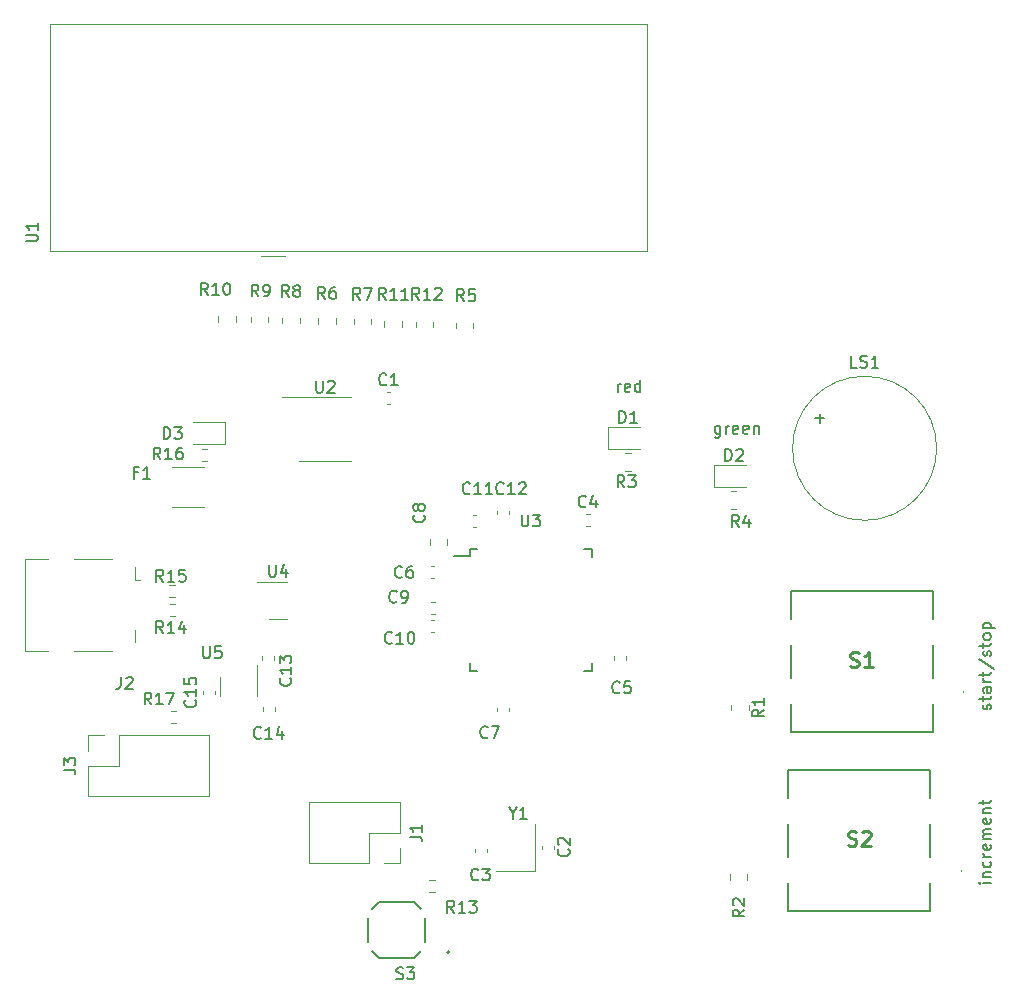
<source format=gbr>
%TF.GenerationSoftware,KiCad,Pcbnew,(7.0.0)*%
%TF.CreationDate,2023-04-20T18:13:23-06:00*%
%TF.ProjectId,Phase_B_ATMEGA_v3,50686173-655f-4425-9f41-544d4547415f,rev?*%
%TF.SameCoordinates,Original*%
%TF.FileFunction,Legend,Top*%
%TF.FilePolarity,Positive*%
%FSLAX46Y46*%
G04 Gerber Fmt 4.6, Leading zero omitted, Abs format (unit mm)*
G04 Created by KiCad (PCBNEW (7.0.0)) date 2023-04-20 18:13:23*
%MOMM*%
%LPD*%
G01*
G04 APERTURE LIST*
%ADD10C,0.150000*%
%ADD11C,0.254000*%
%ADD12C,0.120000*%
%ADD13C,0.127000*%
%ADD14C,0.200000*%
%ADD15C,0.100000*%
G04 APERTURE END LIST*
D10*
X184966666Y-73315714D02*
X184966666Y-74125238D01*
X184966666Y-74125238D02*
X184919047Y-74220476D01*
X184919047Y-74220476D02*
X184871428Y-74268095D01*
X184871428Y-74268095D02*
X184776190Y-74315714D01*
X184776190Y-74315714D02*
X184633333Y-74315714D01*
X184633333Y-74315714D02*
X184538095Y-74268095D01*
X184966666Y-73934761D02*
X184871428Y-73982380D01*
X184871428Y-73982380D02*
X184680952Y-73982380D01*
X184680952Y-73982380D02*
X184585714Y-73934761D01*
X184585714Y-73934761D02*
X184538095Y-73887142D01*
X184538095Y-73887142D02*
X184490476Y-73791904D01*
X184490476Y-73791904D02*
X184490476Y-73506190D01*
X184490476Y-73506190D02*
X184538095Y-73410952D01*
X184538095Y-73410952D02*
X184585714Y-73363333D01*
X184585714Y-73363333D02*
X184680952Y-73315714D01*
X184680952Y-73315714D02*
X184871428Y-73315714D01*
X184871428Y-73315714D02*
X184966666Y-73363333D01*
X185442857Y-73982380D02*
X185442857Y-73315714D01*
X185442857Y-73506190D02*
X185490476Y-73410952D01*
X185490476Y-73410952D02*
X185538095Y-73363333D01*
X185538095Y-73363333D02*
X185633333Y-73315714D01*
X185633333Y-73315714D02*
X185728571Y-73315714D01*
X186442857Y-73934761D02*
X186347619Y-73982380D01*
X186347619Y-73982380D02*
X186157143Y-73982380D01*
X186157143Y-73982380D02*
X186061905Y-73934761D01*
X186061905Y-73934761D02*
X186014286Y-73839523D01*
X186014286Y-73839523D02*
X186014286Y-73458571D01*
X186014286Y-73458571D02*
X186061905Y-73363333D01*
X186061905Y-73363333D02*
X186157143Y-73315714D01*
X186157143Y-73315714D02*
X186347619Y-73315714D01*
X186347619Y-73315714D02*
X186442857Y-73363333D01*
X186442857Y-73363333D02*
X186490476Y-73458571D01*
X186490476Y-73458571D02*
X186490476Y-73553809D01*
X186490476Y-73553809D02*
X186014286Y-73649047D01*
X187300000Y-73934761D02*
X187204762Y-73982380D01*
X187204762Y-73982380D02*
X187014286Y-73982380D01*
X187014286Y-73982380D02*
X186919048Y-73934761D01*
X186919048Y-73934761D02*
X186871429Y-73839523D01*
X186871429Y-73839523D02*
X186871429Y-73458571D01*
X186871429Y-73458571D02*
X186919048Y-73363333D01*
X186919048Y-73363333D02*
X187014286Y-73315714D01*
X187014286Y-73315714D02*
X187204762Y-73315714D01*
X187204762Y-73315714D02*
X187300000Y-73363333D01*
X187300000Y-73363333D02*
X187347619Y-73458571D01*
X187347619Y-73458571D02*
X187347619Y-73553809D01*
X187347619Y-73553809D02*
X186871429Y-73649047D01*
X187776191Y-73315714D02*
X187776191Y-73982380D01*
X187776191Y-73410952D02*
X187823810Y-73363333D01*
X187823810Y-73363333D02*
X187919048Y-73315714D01*
X187919048Y-73315714D02*
X188061905Y-73315714D01*
X188061905Y-73315714D02*
X188157143Y-73363333D01*
X188157143Y-73363333D02*
X188204762Y-73458571D01*
X188204762Y-73458571D02*
X188204762Y-73982380D01*
X207834761Y-97334523D02*
X207882380Y-97239285D01*
X207882380Y-97239285D02*
X207882380Y-97048809D01*
X207882380Y-97048809D02*
X207834761Y-96953571D01*
X207834761Y-96953571D02*
X207739523Y-96905952D01*
X207739523Y-96905952D02*
X207691904Y-96905952D01*
X207691904Y-96905952D02*
X207596666Y-96953571D01*
X207596666Y-96953571D02*
X207549047Y-97048809D01*
X207549047Y-97048809D02*
X207549047Y-97191666D01*
X207549047Y-97191666D02*
X207501428Y-97286904D01*
X207501428Y-97286904D02*
X207406190Y-97334523D01*
X207406190Y-97334523D02*
X207358571Y-97334523D01*
X207358571Y-97334523D02*
X207263333Y-97286904D01*
X207263333Y-97286904D02*
X207215714Y-97191666D01*
X207215714Y-97191666D02*
X207215714Y-97048809D01*
X207215714Y-97048809D02*
X207263333Y-96953571D01*
X207215714Y-96620237D02*
X207215714Y-96239285D01*
X206882380Y-96477380D02*
X207739523Y-96477380D01*
X207739523Y-96477380D02*
X207834761Y-96429761D01*
X207834761Y-96429761D02*
X207882380Y-96334523D01*
X207882380Y-96334523D02*
X207882380Y-96239285D01*
X207882380Y-95477380D02*
X207358571Y-95477380D01*
X207358571Y-95477380D02*
X207263333Y-95524999D01*
X207263333Y-95524999D02*
X207215714Y-95620237D01*
X207215714Y-95620237D02*
X207215714Y-95810713D01*
X207215714Y-95810713D02*
X207263333Y-95905951D01*
X207834761Y-95477380D02*
X207882380Y-95572618D01*
X207882380Y-95572618D02*
X207882380Y-95810713D01*
X207882380Y-95810713D02*
X207834761Y-95905951D01*
X207834761Y-95905951D02*
X207739523Y-95953570D01*
X207739523Y-95953570D02*
X207644285Y-95953570D01*
X207644285Y-95953570D02*
X207549047Y-95905951D01*
X207549047Y-95905951D02*
X207501428Y-95810713D01*
X207501428Y-95810713D02*
X207501428Y-95572618D01*
X207501428Y-95572618D02*
X207453809Y-95477380D01*
X207882380Y-95001189D02*
X207215714Y-95001189D01*
X207406190Y-95001189D02*
X207310952Y-94953570D01*
X207310952Y-94953570D02*
X207263333Y-94905951D01*
X207263333Y-94905951D02*
X207215714Y-94810713D01*
X207215714Y-94810713D02*
X207215714Y-94715475D01*
X207215714Y-94524998D02*
X207215714Y-94144046D01*
X206882380Y-94382141D02*
X207739523Y-94382141D01*
X207739523Y-94382141D02*
X207834761Y-94334522D01*
X207834761Y-94334522D02*
X207882380Y-94239284D01*
X207882380Y-94239284D02*
X207882380Y-94144046D01*
X206834761Y-93096427D02*
X208120476Y-93953569D01*
X207834761Y-92810712D02*
X207882380Y-92715474D01*
X207882380Y-92715474D02*
X207882380Y-92524998D01*
X207882380Y-92524998D02*
X207834761Y-92429760D01*
X207834761Y-92429760D02*
X207739523Y-92382141D01*
X207739523Y-92382141D02*
X207691904Y-92382141D01*
X207691904Y-92382141D02*
X207596666Y-92429760D01*
X207596666Y-92429760D02*
X207549047Y-92524998D01*
X207549047Y-92524998D02*
X207549047Y-92667855D01*
X207549047Y-92667855D02*
X207501428Y-92763093D01*
X207501428Y-92763093D02*
X207406190Y-92810712D01*
X207406190Y-92810712D02*
X207358571Y-92810712D01*
X207358571Y-92810712D02*
X207263333Y-92763093D01*
X207263333Y-92763093D02*
X207215714Y-92667855D01*
X207215714Y-92667855D02*
X207215714Y-92524998D01*
X207215714Y-92524998D02*
X207263333Y-92429760D01*
X207215714Y-92096426D02*
X207215714Y-91715474D01*
X206882380Y-91953569D02*
X207739523Y-91953569D01*
X207739523Y-91953569D02*
X207834761Y-91905950D01*
X207834761Y-91905950D02*
X207882380Y-91810712D01*
X207882380Y-91810712D02*
X207882380Y-91715474D01*
X207882380Y-91239283D02*
X207834761Y-91334521D01*
X207834761Y-91334521D02*
X207787142Y-91382140D01*
X207787142Y-91382140D02*
X207691904Y-91429759D01*
X207691904Y-91429759D02*
X207406190Y-91429759D01*
X207406190Y-91429759D02*
X207310952Y-91382140D01*
X207310952Y-91382140D02*
X207263333Y-91334521D01*
X207263333Y-91334521D02*
X207215714Y-91239283D01*
X207215714Y-91239283D02*
X207215714Y-91096426D01*
X207215714Y-91096426D02*
X207263333Y-91001188D01*
X207263333Y-91001188D02*
X207310952Y-90953569D01*
X207310952Y-90953569D02*
X207406190Y-90905950D01*
X207406190Y-90905950D02*
X207691904Y-90905950D01*
X207691904Y-90905950D02*
X207787142Y-90953569D01*
X207787142Y-90953569D02*
X207834761Y-91001188D01*
X207834761Y-91001188D02*
X207882380Y-91096426D01*
X207882380Y-91096426D02*
X207882380Y-91239283D01*
X207215714Y-90477378D02*
X208215714Y-90477378D01*
X207263333Y-90477378D02*
X207215714Y-90382140D01*
X207215714Y-90382140D02*
X207215714Y-90191664D01*
X207215714Y-90191664D02*
X207263333Y-90096426D01*
X207263333Y-90096426D02*
X207310952Y-90048807D01*
X207310952Y-90048807D02*
X207406190Y-90001188D01*
X207406190Y-90001188D02*
X207691904Y-90001188D01*
X207691904Y-90001188D02*
X207787142Y-90048807D01*
X207787142Y-90048807D02*
X207834761Y-90096426D01*
X207834761Y-90096426D02*
X207882380Y-90191664D01*
X207882380Y-90191664D02*
X207882380Y-90382140D01*
X207882380Y-90382140D02*
X207834761Y-90477378D01*
X207882380Y-112036904D02*
X207215714Y-112036904D01*
X206882380Y-112036904D02*
X206930000Y-112084523D01*
X206930000Y-112084523D02*
X206977619Y-112036904D01*
X206977619Y-112036904D02*
X206930000Y-111989285D01*
X206930000Y-111989285D02*
X206882380Y-112036904D01*
X206882380Y-112036904D02*
X206977619Y-112036904D01*
X207215714Y-111560714D02*
X207882380Y-111560714D01*
X207310952Y-111560714D02*
X207263333Y-111513095D01*
X207263333Y-111513095D02*
X207215714Y-111417857D01*
X207215714Y-111417857D02*
X207215714Y-111275000D01*
X207215714Y-111275000D02*
X207263333Y-111179762D01*
X207263333Y-111179762D02*
X207358571Y-111132143D01*
X207358571Y-111132143D02*
X207882380Y-111132143D01*
X207834761Y-110227381D02*
X207882380Y-110322619D01*
X207882380Y-110322619D02*
X207882380Y-110513095D01*
X207882380Y-110513095D02*
X207834761Y-110608333D01*
X207834761Y-110608333D02*
X207787142Y-110655952D01*
X207787142Y-110655952D02*
X207691904Y-110703571D01*
X207691904Y-110703571D02*
X207406190Y-110703571D01*
X207406190Y-110703571D02*
X207310952Y-110655952D01*
X207310952Y-110655952D02*
X207263333Y-110608333D01*
X207263333Y-110608333D02*
X207215714Y-110513095D01*
X207215714Y-110513095D02*
X207215714Y-110322619D01*
X207215714Y-110322619D02*
X207263333Y-110227381D01*
X207882380Y-109798809D02*
X207215714Y-109798809D01*
X207406190Y-109798809D02*
X207310952Y-109751190D01*
X207310952Y-109751190D02*
X207263333Y-109703571D01*
X207263333Y-109703571D02*
X207215714Y-109608333D01*
X207215714Y-109608333D02*
X207215714Y-109513095D01*
X207834761Y-108798809D02*
X207882380Y-108894047D01*
X207882380Y-108894047D02*
X207882380Y-109084523D01*
X207882380Y-109084523D02*
X207834761Y-109179761D01*
X207834761Y-109179761D02*
X207739523Y-109227380D01*
X207739523Y-109227380D02*
X207358571Y-109227380D01*
X207358571Y-109227380D02*
X207263333Y-109179761D01*
X207263333Y-109179761D02*
X207215714Y-109084523D01*
X207215714Y-109084523D02*
X207215714Y-108894047D01*
X207215714Y-108894047D02*
X207263333Y-108798809D01*
X207263333Y-108798809D02*
X207358571Y-108751190D01*
X207358571Y-108751190D02*
X207453809Y-108751190D01*
X207453809Y-108751190D02*
X207549047Y-109227380D01*
X207882380Y-108322618D02*
X207215714Y-108322618D01*
X207310952Y-108322618D02*
X207263333Y-108274999D01*
X207263333Y-108274999D02*
X207215714Y-108179761D01*
X207215714Y-108179761D02*
X207215714Y-108036904D01*
X207215714Y-108036904D02*
X207263333Y-107941666D01*
X207263333Y-107941666D02*
X207358571Y-107894047D01*
X207358571Y-107894047D02*
X207882380Y-107894047D01*
X207358571Y-107894047D02*
X207263333Y-107846428D01*
X207263333Y-107846428D02*
X207215714Y-107751190D01*
X207215714Y-107751190D02*
X207215714Y-107608333D01*
X207215714Y-107608333D02*
X207263333Y-107513094D01*
X207263333Y-107513094D02*
X207358571Y-107465475D01*
X207358571Y-107465475D02*
X207882380Y-107465475D01*
X207834761Y-106608333D02*
X207882380Y-106703571D01*
X207882380Y-106703571D02*
X207882380Y-106894047D01*
X207882380Y-106894047D02*
X207834761Y-106989285D01*
X207834761Y-106989285D02*
X207739523Y-107036904D01*
X207739523Y-107036904D02*
X207358571Y-107036904D01*
X207358571Y-107036904D02*
X207263333Y-106989285D01*
X207263333Y-106989285D02*
X207215714Y-106894047D01*
X207215714Y-106894047D02*
X207215714Y-106703571D01*
X207215714Y-106703571D02*
X207263333Y-106608333D01*
X207263333Y-106608333D02*
X207358571Y-106560714D01*
X207358571Y-106560714D02*
X207453809Y-106560714D01*
X207453809Y-106560714D02*
X207549047Y-107036904D01*
X207215714Y-106132142D02*
X207882380Y-106132142D01*
X207310952Y-106132142D02*
X207263333Y-106084523D01*
X207263333Y-106084523D02*
X207215714Y-105989285D01*
X207215714Y-105989285D02*
X207215714Y-105846428D01*
X207215714Y-105846428D02*
X207263333Y-105751190D01*
X207263333Y-105751190D02*
X207358571Y-105703571D01*
X207358571Y-105703571D02*
X207882380Y-105703571D01*
X207215714Y-105370237D02*
X207215714Y-104989285D01*
X206882380Y-105227380D02*
X207739523Y-105227380D01*
X207739523Y-105227380D02*
X207834761Y-105179761D01*
X207834761Y-105179761D02*
X207882380Y-105084523D01*
X207882380Y-105084523D02*
X207882380Y-104989285D01*
X176288095Y-70432380D02*
X176288095Y-69765714D01*
X176288095Y-69956190D02*
X176335714Y-69860952D01*
X176335714Y-69860952D02*
X176383333Y-69813333D01*
X176383333Y-69813333D02*
X176478571Y-69765714D01*
X176478571Y-69765714D02*
X176573809Y-69765714D01*
X177288095Y-70384761D02*
X177192857Y-70432380D01*
X177192857Y-70432380D02*
X177002381Y-70432380D01*
X177002381Y-70432380D02*
X176907143Y-70384761D01*
X176907143Y-70384761D02*
X176859524Y-70289523D01*
X176859524Y-70289523D02*
X176859524Y-69908571D01*
X176859524Y-69908571D02*
X176907143Y-69813333D01*
X176907143Y-69813333D02*
X177002381Y-69765714D01*
X177002381Y-69765714D02*
X177192857Y-69765714D01*
X177192857Y-69765714D02*
X177288095Y-69813333D01*
X177288095Y-69813333D02*
X177335714Y-69908571D01*
X177335714Y-69908571D02*
X177335714Y-70003809D01*
X177335714Y-70003809D02*
X176859524Y-70099047D01*
X178192857Y-70432380D02*
X178192857Y-69432380D01*
X178192857Y-70384761D02*
X178097619Y-70432380D01*
X178097619Y-70432380D02*
X177907143Y-70432380D01*
X177907143Y-70432380D02*
X177811905Y-70384761D01*
X177811905Y-70384761D02*
X177764286Y-70337142D01*
X177764286Y-70337142D02*
X177716667Y-70241904D01*
X177716667Y-70241904D02*
X177716667Y-69956190D01*
X177716667Y-69956190D02*
X177764286Y-69860952D01*
X177764286Y-69860952D02*
X177811905Y-69813333D01*
X177811905Y-69813333D02*
X177907143Y-69765714D01*
X177907143Y-69765714D02*
X178097619Y-69765714D01*
X178097619Y-69765714D02*
X178192857Y-69813333D01*
%TO.C,R12*%
X159457142Y-62642380D02*
X159123809Y-62166190D01*
X158885714Y-62642380D02*
X158885714Y-61642380D01*
X158885714Y-61642380D02*
X159266666Y-61642380D01*
X159266666Y-61642380D02*
X159361904Y-61690000D01*
X159361904Y-61690000D02*
X159409523Y-61737619D01*
X159409523Y-61737619D02*
X159457142Y-61832857D01*
X159457142Y-61832857D02*
X159457142Y-61975714D01*
X159457142Y-61975714D02*
X159409523Y-62070952D01*
X159409523Y-62070952D02*
X159361904Y-62118571D01*
X159361904Y-62118571D02*
X159266666Y-62166190D01*
X159266666Y-62166190D02*
X158885714Y-62166190D01*
X160409523Y-62642380D02*
X159838095Y-62642380D01*
X160123809Y-62642380D02*
X160123809Y-61642380D01*
X160123809Y-61642380D02*
X160028571Y-61785238D01*
X160028571Y-61785238D02*
X159933333Y-61880476D01*
X159933333Y-61880476D02*
X159838095Y-61928095D01*
X160790476Y-61737619D02*
X160838095Y-61690000D01*
X160838095Y-61690000D02*
X160933333Y-61642380D01*
X160933333Y-61642380D02*
X161171428Y-61642380D01*
X161171428Y-61642380D02*
X161266666Y-61690000D01*
X161266666Y-61690000D02*
X161314285Y-61737619D01*
X161314285Y-61737619D02*
X161361904Y-61832857D01*
X161361904Y-61832857D02*
X161361904Y-61928095D01*
X161361904Y-61928095D02*
X161314285Y-62070952D01*
X161314285Y-62070952D02*
X160742857Y-62642380D01*
X160742857Y-62642380D02*
X161361904Y-62642380D01*
%TO.C,R4*%
X186533333Y-81892380D02*
X186200000Y-81416190D01*
X185961905Y-81892380D02*
X185961905Y-80892380D01*
X185961905Y-80892380D02*
X186342857Y-80892380D01*
X186342857Y-80892380D02*
X186438095Y-80940000D01*
X186438095Y-80940000D02*
X186485714Y-80987619D01*
X186485714Y-80987619D02*
X186533333Y-81082857D01*
X186533333Y-81082857D02*
X186533333Y-81225714D01*
X186533333Y-81225714D02*
X186485714Y-81320952D01*
X186485714Y-81320952D02*
X186438095Y-81368571D01*
X186438095Y-81368571D02*
X186342857Y-81416190D01*
X186342857Y-81416190D02*
X185961905Y-81416190D01*
X187390476Y-81225714D02*
X187390476Y-81892380D01*
X187152381Y-80844761D02*
X186914286Y-81559047D01*
X186914286Y-81559047D02*
X187533333Y-81559047D01*
%TO.C,J2*%
X134216666Y-94592380D02*
X134216666Y-95306666D01*
X134216666Y-95306666D02*
X134169047Y-95449523D01*
X134169047Y-95449523D02*
X134073809Y-95544761D01*
X134073809Y-95544761D02*
X133930952Y-95592380D01*
X133930952Y-95592380D02*
X133835714Y-95592380D01*
X134645238Y-94687619D02*
X134692857Y-94640000D01*
X134692857Y-94640000D02*
X134788095Y-94592380D01*
X134788095Y-94592380D02*
X135026190Y-94592380D01*
X135026190Y-94592380D02*
X135121428Y-94640000D01*
X135121428Y-94640000D02*
X135169047Y-94687619D01*
X135169047Y-94687619D02*
X135216666Y-94782857D01*
X135216666Y-94782857D02*
X135216666Y-94878095D01*
X135216666Y-94878095D02*
X135169047Y-95020952D01*
X135169047Y-95020952D02*
X134597619Y-95592380D01*
X134597619Y-95592380D02*
X135216666Y-95592380D01*
%TO.C,C12*%
X166607142Y-79022142D02*
X166559523Y-79069761D01*
X166559523Y-79069761D02*
X166416666Y-79117380D01*
X166416666Y-79117380D02*
X166321428Y-79117380D01*
X166321428Y-79117380D02*
X166178571Y-79069761D01*
X166178571Y-79069761D02*
X166083333Y-78974523D01*
X166083333Y-78974523D02*
X166035714Y-78879285D01*
X166035714Y-78879285D02*
X165988095Y-78688809D01*
X165988095Y-78688809D02*
X165988095Y-78545952D01*
X165988095Y-78545952D02*
X166035714Y-78355476D01*
X166035714Y-78355476D02*
X166083333Y-78260238D01*
X166083333Y-78260238D02*
X166178571Y-78165000D01*
X166178571Y-78165000D02*
X166321428Y-78117380D01*
X166321428Y-78117380D02*
X166416666Y-78117380D01*
X166416666Y-78117380D02*
X166559523Y-78165000D01*
X166559523Y-78165000D02*
X166607142Y-78212619D01*
X167559523Y-79117380D02*
X166988095Y-79117380D01*
X167273809Y-79117380D02*
X167273809Y-78117380D01*
X167273809Y-78117380D02*
X167178571Y-78260238D01*
X167178571Y-78260238D02*
X167083333Y-78355476D01*
X167083333Y-78355476D02*
X166988095Y-78403095D01*
X167940476Y-78212619D02*
X167988095Y-78165000D01*
X167988095Y-78165000D02*
X168083333Y-78117380D01*
X168083333Y-78117380D02*
X168321428Y-78117380D01*
X168321428Y-78117380D02*
X168416666Y-78165000D01*
X168416666Y-78165000D02*
X168464285Y-78212619D01*
X168464285Y-78212619D02*
X168511904Y-78307857D01*
X168511904Y-78307857D02*
X168511904Y-78403095D01*
X168511904Y-78403095D02*
X168464285Y-78545952D01*
X168464285Y-78545952D02*
X167892857Y-79117380D01*
X167892857Y-79117380D02*
X168511904Y-79117380D01*
%TO.C,R8*%
X148433333Y-62404880D02*
X148100000Y-61928690D01*
X147861905Y-62404880D02*
X147861905Y-61404880D01*
X147861905Y-61404880D02*
X148242857Y-61404880D01*
X148242857Y-61404880D02*
X148338095Y-61452500D01*
X148338095Y-61452500D02*
X148385714Y-61500119D01*
X148385714Y-61500119D02*
X148433333Y-61595357D01*
X148433333Y-61595357D02*
X148433333Y-61738214D01*
X148433333Y-61738214D02*
X148385714Y-61833452D01*
X148385714Y-61833452D02*
X148338095Y-61881071D01*
X148338095Y-61881071D02*
X148242857Y-61928690D01*
X148242857Y-61928690D02*
X147861905Y-61928690D01*
X149004762Y-61833452D02*
X148909524Y-61785833D01*
X148909524Y-61785833D02*
X148861905Y-61738214D01*
X148861905Y-61738214D02*
X148814286Y-61642976D01*
X148814286Y-61642976D02*
X148814286Y-61595357D01*
X148814286Y-61595357D02*
X148861905Y-61500119D01*
X148861905Y-61500119D02*
X148909524Y-61452500D01*
X148909524Y-61452500D02*
X149004762Y-61404880D01*
X149004762Y-61404880D02*
X149195238Y-61404880D01*
X149195238Y-61404880D02*
X149290476Y-61452500D01*
X149290476Y-61452500D02*
X149338095Y-61500119D01*
X149338095Y-61500119D02*
X149385714Y-61595357D01*
X149385714Y-61595357D02*
X149385714Y-61642976D01*
X149385714Y-61642976D02*
X149338095Y-61738214D01*
X149338095Y-61738214D02*
X149290476Y-61785833D01*
X149290476Y-61785833D02*
X149195238Y-61833452D01*
X149195238Y-61833452D02*
X149004762Y-61833452D01*
X149004762Y-61833452D02*
X148909524Y-61881071D01*
X148909524Y-61881071D02*
X148861905Y-61928690D01*
X148861905Y-61928690D02*
X148814286Y-62023928D01*
X148814286Y-62023928D02*
X148814286Y-62214404D01*
X148814286Y-62214404D02*
X148861905Y-62309642D01*
X148861905Y-62309642D02*
X148909524Y-62357261D01*
X148909524Y-62357261D02*
X149004762Y-62404880D01*
X149004762Y-62404880D02*
X149195238Y-62404880D01*
X149195238Y-62404880D02*
X149290476Y-62357261D01*
X149290476Y-62357261D02*
X149338095Y-62309642D01*
X149338095Y-62309642D02*
X149385714Y-62214404D01*
X149385714Y-62214404D02*
X149385714Y-62023928D01*
X149385714Y-62023928D02*
X149338095Y-61928690D01*
X149338095Y-61928690D02*
X149290476Y-61881071D01*
X149290476Y-61881071D02*
X149195238Y-61833452D01*
%TO.C,R2*%
X186992380Y-114291666D02*
X186516190Y-114624999D01*
X186992380Y-114863094D02*
X185992380Y-114863094D01*
X185992380Y-114863094D02*
X185992380Y-114482142D01*
X185992380Y-114482142D02*
X186040000Y-114386904D01*
X186040000Y-114386904D02*
X186087619Y-114339285D01*
X186087619Y-114339285D02*
X186182857Y-114291666D01*
X186182857Y-114291666D02*
X186325714Y-114291666D01*
X186325714Y-114291666D02*
X186420952Y-114339285D01*
X186420952Y-114339285D02*
X186468571Y-114386904D01*
X186468571Y-114386904D02*
X186516190Y-114482142D01*
X186516190Y-114482142D02*
X186516190Y-114863094D01*
X186087619Y-113910713D02*
X186040000Y-113863094D01*
X186040000Y-113863094D02*
X185992380Y-113767856D01*
X185992380Y-113767856D02*
X185992380Y-113529761D01*
X185992380Y-113529761D02*
X186040000Y-113434523D01*
X186040000Y-113434523D02*
X186087619Y-113386904D01*
X186087619Y-113386904D02*
X186182857Y-113339285D01*
X186182857Y-113339285D02*
X186278095Y-113339285D01*
X186278095Y-113339285D02*
X186420952Y-113386904D01*
X186420952Y-113386904D02*
X186992380Y-113958332D01*
X186992380Y-113958332D02*
X186992380Y-113339285D01*
%TO.C,C5*%
X176433333Y-95872142D02*
X176385714Y-95919761D01*
X176385714Y-95919761D02*
X176242857Y-95967380D01*
X176242857Y-95967380D02*
X176147619Y-95967380D01*
X176147619Y-95967380D02*
X176004762Y-95919761D01*
X176004762Y-95919761D02*
X175909524Y-95824523D01*
X175909524Y-95824523D02*
X175861905Y-95729285D01*
X175861905Y-95729285D02*
X175814286Y-95538809D01*
X175814286Y-95538809D02*
X175814286Y-95395952D01*
X175814286Y-95395952D02*
X175861905Y-95205476D01*
X175861905Y-95205476D02*
X175909524Y-95110238D01*
X175909524Y-95110238D02*
X176004762Y-95015000D01*
X176004762Y-95015000D02*
X176147619Y-94967380D01*
X176147619Y-94967380D02*
X176242857Y-94967380D01*
X176242857Y-94967380D02*
X176385714Y-95015000D01*
X176385714Y-95015000D02*
X176433333Y-95062619D01*
X177338095Y-94967380D02*
X176861905Y-94967380D01*
X176861905Y-94967380D02*
X176814286Y-95443571D01*
X176814286Y-95443571D02*
X176861905Y-95395952D01*
X176861905Y-95395952D02*
X176957143Y-95348333D01*
X176957143Y-95348333D02*
X177195238Y-95348333D01*
X177195238Y-95348333D02*
X177290476Y-95395952D01*
X177290476Y-95395952D02*
X177338095Y-95443571D01*
X177338095Y-95443571D02*
X177385714Y-95538809D01*
X177385714Y-95538809D02*
X177385714Y-95776904D01*
X177385714Y-95776904D02*
X177338095Y-95872142D01*
X177338095Y-95872142D02*
X177290476Y-95919761D01*
X177290476Y-95919761D02*
X177195238Y-95967380D01*
X177195238Y-95967380D02*
X176957143Y-95967380D01*
X176957143Y-95967380D02*
X176861905Y-95919761D01*
X176861905Y-95919761D02*
X176814286Y-95872142D01*
%TO.C,C8*%
X159847142Y-80891666D02*
X159894761Y-80939285D01*
X159894761Y-80939285D02*
X159942380Y-81082142D01*
X159942380Y-81082142D02*
X159942380Y-81177380D01*
X159942380Y-81177380D02*
X159894761Y-81320237D01*
X159894761Y-81320237D02*
X159799523Y-81415475D01*
X159799523Y-81415475D02*
X159704285Y-81463094D01*
X159704285Y-81463094D02*
X159513809Y-81510713D01*
X159513809Y-81510713D02*
X159370952Y-81510713D01*
X159370952Y-81510713D02*
X159180476Y-81463094D01*
X159180476Y-81463094D02*
X159085238Y-81415475D01*
X159085238Y-81415475D02*
X158990000Y-81320237D01*
X158990000Y-81320237D02*
X158942380Y-81177380D01*
X158942380Y-81177380D02*
X158942380Y-81082142D01*
X158942380Y-81082142D02*
X158990000Y-80939285D01*
X158990000Y-80939285D02*
X159037619Y-80891666D01*
X159370952Y-80320237D02*
X159323333Y-80415475D01*
X159323333Y-80415475D02*
X159275714Y-80463094D01*
X159275714Y-80463094D02*
X159180476Y-80510713D01*
X159180476Y-80510713D02*
X159132857Y-80510713D01*
X159132857Y-80510713D02*
X159037619Y-80463094D01*
X159037619Y-80463094D02*
X158990000Y-80415475D01*
X158990000Y-80415475D02*
X158942380Y-80320237D01*
X158942380Y-80320237D02*
X158942380Y-80129761D01*
X158942380Y-80129761D02*
X158990000Y-80034523D01*
X158990000Y-80034523D02*
X159037619Y-79986904D01*
X159037619Y-79986904D02*
X159132857Y-79939285D01*
X159132857Y-79939285D02*
X159180476Y-79939285D01*
X159180476Y-79939285D02*
X159275714Y-79986904D01*
X159275714Y-79986904D02*
X159323333Y-80034523D01*
X159323333Y-80034523D02*
X159370952Y-80129761D01*
X159370952Y-80129761D02*
X159370952Y-80320237D01*
X159370952Y-80320237D02*
X159418571Y-80415475D01*
X159418571Y-80415475D02*
X159466190Y-80463094D01*
X159466190Y-80463094D02*
X159561428Y-80510713D01*
X159561428Y-80510713D02*
X159751904Y-80510713D01*
X159751904Y-80510713D02*
X159847142Y-80463094D01*
X159847142Y-80463094D02*
X159894761Y-80415475D01*
X159894761Y-80415475D02*
X159942380Y-80320237D01*
X159942380Y-80320237D02*
X159942380Y-80129761D01*
X159942380Y-80129761D02*
X159894761Y-80034523D01*
X159894761Y-80034523D02*
X159847142Y-79986904D01*
X159847142Y-79986904D02*
X159751904Y-79939285D01*
X159751904Y-79939285D02*
X159561428Y-79939285D01*
X159561428Y-79939285D02*
X159466190Y-79986904D01*
X159466190Y-79986904D02*
X159418571Y-80034523D01*
X159418571Y-80034523D02*
X159370952Y-80129761D01*
%TO.C,R7*%
X154458333Y-62642380D02*
X154125000Y-62166190D01*
X153886905Y-62642380D02*
X153886905Y-61642380D01*
X153886905Y-61642380D02*
X154267857Y-61642380D01*
X154267857Y-61642380D02*
X154363095Y-61690000D01*
X154363095Y-61690000D02*
X154410714Y-61737619D01*
X154410714Y-61737619D02*
X154458333Y-61832857D01*
X154458333Y-61832857D02*
X154458333Y-61975714D01*
X154458333Y-61975714D02*
X154410714Y-62070952D01*
X154410714Y-62070952D02*
X154363095Y-62118571D01*
X154363095Y-62118571D02*
X154267857Y-62166190D01*
X154267857Y-62166190D02*
X153886905Y-62166190D01*
X154791667Y-61642380D02*
X155458333Y-61642380D01*
X155458333Y-61642380D02*
X155029762Y-62642380D01*
%TO.C,LS1*%
X196532142Y-68392380D02*
X196055952Y-68392380D01*
X196055952Y-68392380D02*
X196055952Y-67392380D01*
X196817857Y-68344761D02*
X196960714Y-68392380D01*
X196960714Y-68392380D02*
X197198809Y-68392380D01*
X197198809Y-68392380D02*
X197294047Y-68344761D01*
X197294047Y-68344761D02*
X197341666Y-68297142D01*
X197341666Y-68297142D02*
X197389285Y-68201904D01*
X197389285Y-68201904D02*
X197389285Y-68106666D01*
X197389285Y-68106666D02*
X197341666Y-68011428D01*
X197341666Y-68011428D02*
X197294047Y-67963809D01*
X197294047Y-67963809D02*
X197198809Y-67916190D01*
X197198809Y-67916190D02*
X197008333Y-67868571D01*
X197008333Y-67868571D02*
X196913095Y-67820952D01*
X196913095Y-67820952D02*
X196865476Y-67773333D01*
X196865476Y-67773333D02*
X196817857Y-67678095D01*
X196817857Y-67678095D02*
X196817857Y-67582857D01*
X196817857Y-67582857D02*
X196865476Y-67487619D01*
X196865476Y-67487619D02*
X196913095Y-67440000D01*
X196913095Y-67440000D02*
X197008333Y-67392380D01*
X197008333Y-67392380D02*
X197246428Y-67392380D01*
X197246428Y-67392380D02*
X197389285Y-67440000D01*
X198341666Y-68392380D02*
X197770238Y-68392380D01*
X198055952Y-68392380D02*
X198055952Y-67392380D01*
X198055952Y-67392380D02*
X197960714Y-67535238D01*
X197960714Y-67535238D02*
X197865476Y-67630476D01*
X197865476Y-67630476D02*
X197770238Y-67678095D01*
X192984048Y-72671428D02*
X193745953Y-72671428D01*
X193365000Y-73052380D02*
X193365000Y-72290476D01*
%TO.C,C6*%
X158008333Y-86097142D02*
X157960714Y-86144761D01*
X157960714Y-86144761D02*
X157817857Y-86192380D01*
X157817857Y-86192380D02*
X157722619Y-86192380D01*
X157722619Y-86192380D02*
X157579762Y-86144761D01*
X157579762Y-86144761D02*
X157484524Y-86049523D01*
X157484524Y-86049523D02*
X157436905Y-85954285D01*
X157436905Y-85954285D02*
X157389286Y-85763809D01*
X157389286Y-85763809D02*
X157389286Y-85620952D01*
X157389286Y-85620952D02*
X157436905Y-85430476D01*
X157436905Y-85430476D02*
X157484524Y-85335238D01*
X157484524Y-85335238D02*
X157579762Y-85240000D01*
X157579762Y-85240000D02*
X157722619Y-85192380D01*
X157722619Y-85192380D02*
X157817857Y-85192380D01*
X157817857Y-85192380D02*
X157960714Y-85240000D01*
X157960714Y-85240000D02*
X158008333Y-85287619D01*
X158865476Y-85192380D02*
X158675000Y-85192380D01*
X158675000Y-85192380D02*
X158579762Y-85240000D01*
X158579762Y-85240000D02*
X158532143Y-85287619D01*
X158532143Y-85287619D02*
X158436905Y-85430476D01*
X158436905Y-85430476D02*
X158389286Y-85620952D01*
X158389286Y-85620952D02*
X158389286Y-86001904D01*
X158389286Y-86001904D02*
X158436905Y-86097142D01*
X158436905Y-86097142D02*
X158484524Y-86144761D01*
X158484524Y-86144761D02*
X158579762Y-86192380D01*
X158579762Y-86192380D02*
X158770238Y-86192380D01*
X158770238Y-86192380D02*
X158865476Y-86144761D01*
X158865476Y-86144761D02*
X158913095Y-86097142D01*
X158913095Y-86097142D02*
X158960714Y-86001904D01*
X158960714Y-86001904D02*
X158960714Y-85763809D01*
X158960714Y-85763809D02*
X158913095Y-85668571D01*
X158913095Y-85668571D02*
X158865476Y-85620952D01*
X158865476Y-85620952D02*
X158770238Y-85573333D01*
X158770238Y-85573333D02*
X158579762Y-85573333D01*
X158579762Y-85573333D02*
X158484524Y-85620952D01*
X158484524Y-85620952D02*
X158436905Y-85668571D01*
X158436905Y-85668571D02*
X158389286Y-85763809D01*
%TO.C,R5*%
X163258333Y-62767380D02*
X162925000Y-62291190D01*
X162686905Y-62767380D02*
X162686905Y-61767380D01*
X162686905Y-61767380D02*
X163067857Y-61767380D01*
X163067857Y-61767380D02*
X163163095Y-61815000D01*
X163163095Y-61815000D02*
X163210714Y-61862619D01*
X163210714Y-61862619D02*
X163258333Y-61957857D01*
X163258333Y-61957857D02*
X163258333Y-62100714D01*
X163258333Y-62100714D02*
X163210714Y-62195952D01*
X163210714Y-62195952D02*
X163163095Y-62243571D01*
X163163095Y-62243571D02*
X163067857Y-62291190D01*
X163067857Y-62291190D02*
X162686905Y-62291190D01*
X164163095Y-61767380D02*
X163686905Y-61767380D01*
X163686905Y-61767380D02*
X163639286Y-62243571D01*
X163639286Y-62243571D02*
X163686905Y-62195952D01*
X163686905Y-62195952D02*
X163782143Y-62148333D01*
X163782143Y-62148333D02*
X164020238Y-62148333D01*
X164020238Y-62148333D02*
X164115476Y-62195952D01*
X164115476Y-62195952D02*
X164163095Y-62243571D01*
X164163095Y-62243571D02*
X164210714Y-62338809D01*
X164210714Y-62338809D02*
X164210714Y-62576904D01*
X164210714Y-62576904D02*
X164163095Y-62672142D01*
X164163095Y-62672142D02*
X164115476Y-62719761D01*
X164115476Y-62719761D02*
X164020238Y-62767380D01*
X164020238Y-62767380D02*
X163782143Y-62767380D01*
X163782143Y-62767380D02*
X163686905Y-62719761D01*
X163686905Y-62719761D02*
X163639286Y-62672142D01*
%TO.C,R16*%
X137557142Y-76167380D02*
X137223809Y-75691190D01*
X136985714Y-76167380D02*
X136985714Y-75167380D01*
X136985714Y-75167380D02*
X137366666Y-75167380D01*
X137366666Y-75167380D02*
X137461904Y-75215000D01*
X137461904Y-75215000D02*
X137509523Y-75262619D01*
X137509523Y-75262619D02*
X137557142Y-75357857D01*
X137557142Y-75357857D02*
X137557142Y-75500714D01*
X137557142Y-75500714D02*
X137509523Y-75595952D01*
X137509523Y-75595952D02*
X137461904Y-75643571D01*
X137461904Y-75643571D02*
X137366666Y-75691190D01*
X137366666Y-75691190D02*
X136985714Y-75691190D01*
X138509523Y-76167380D02*
X137938095Y-76167380D01*
X138223809Y-76167380D02*
X138223809Y-75167380D01*
X138223809Y-75167380D02*
X138128571Y-75310238D01*
X138128571Y-75310238D02*
X138033333Y-75405476D01*
X138033333Y-75405476D02*
X137938095Y-75453095D01*
X139366666Y-75167380D02*
X139176190Y-75167380D01*
X139176190Y-75167380D02*
X139080952Y-75215000D01*
X139080952Y-75215000D02*
X139033333Y-75262619D01*
X139033333Y-75262619D02*
X138938095Y-75405476D01*
X138938095Y-75405476D02*
X138890476Y-75595952D01*
X138890476Y-75595952D02*
X138890476Y-75976904D01*
X138890476Y-75976904D02*
X138938095Y-76072142D01*
X138938095Y-76072142D02*
X138985714Y-76119761D01*
X138985714Y-76119761D02*
X139080952Y-76167380D01*
X139080952Y-76167380D02*
X139271428Y-76167380D01*
X139271428Y-76167380D02*
X139366666Y-76119761D01*
X139366666Y-76119761D02*
X139414285Y-76072142D01*
X139414285Y-76072142D02*
X139461904Y-75976904D01*
X139461904Y-75976904D02*
X139461904Y-75738809D01*
X139461904Y-75738809D02*
X139414285Y-75643571D01*
X139414285Y-75643571D02*
X139366666Y-75595952D01*
X139366666Y-75595952D02*
X139271428Y-75548333D01*
X139271428Y-75548333D02*
X139080952Y-75548333D01*
X139080952Y-75548333D02*
X138985714Y-75595952D01*
X138985714Y-75595952D02*
X138938095Y-75643571D01*
X138938095Y-75643571D02*
X138890476Y-75738809D01*
%TO.C,R3*%
X176833333Y-78517380D02*
X176500000Y-78041190D01*
X176261905Y-78517380D02*
X176261905Y-77517380D01*
X176261905Y-77517380D02*
X176642857Y-77517380D01*
X176642857Y-77517380D02*
X176738095Y-77565000D01*
X176738095Y-77565000D02*
X176785714Y-77612619D01*
X176785714Y-77612619D02*
X176833333Y-77707857D01*
X176833333Y-77707857D02*
X176833333Y-77850714D01*
X176833333Y-77850714D02*
X176785714Y-77945952D01*
X176785714Y-77945952D02*
X176738095Y-77993571D01*
X176738095Y-77993571D02*
X176642857Y-78041190D01*
X176642857Y-78041190D02*
X176261905Y-78041190D01*
X177166667Y-77517380D02*
X177785714Y-77517380D01*
X177785714Y-77517380D02*
X177452381Y-77898333D01*
X177452381Y-77898333D02*
X177595238Y-77898333D01*
X177595238Y-77898333D02*
X177690476Y-77945952D01*
X177690476Y-77945952D02*
X177738095Y-77993571D01*
X177738095Y-77993571D02*
X177785714Y-78088809D01*
X177785714Y-78088809D02*
X177785714Y-78326904D01*
X177785714Y-78326904D02*
X177738095Y-78422142D01*
X177738095Y-78422142D02*
X177690476Y-78469761D01*
X177690476Y-78469761D02*
X177595238Y-78517380D01*
X177595238Y-78517380D02*
X177309524Y-78517380D01*
X177309524Y-78517380D02*
X177214286Y-78469761D01*
X177214286Y-78469761D02*
X177166667Y-78422142D01*
%TO.C,R14*%
X137782142Y-90867380D02*
X137448809Y-90391190D01*
X137210714Y-90867380D02*
X137210714Y-89867380D01*
X137210714Y-89867380D02*
X137591666Y-89867380D01*
X137591666Y-89867380D02*
X137686904Y-89915000D01*
X137686904Y-89915000D02*
X137734523Y-89962619D01*
X137734523Y-89962619D02*
X137782142Y-90057857D01*
X137782142Y-90057857D02*
X137782142Y-90200714D01*
X137782142Y-90200714D02*
X137734523Y-90295952D01*
X137734523Y-90295952D02*
X137686904Y-90343571D01*
X137686904Y-90343571D02*
X137591666Y-90391190D01*
X137591666Y-90391190D02*
X137210714Y-90391190D01*
X138734523Y-90867380D02*
X138163095Y-90867380D01*
X138448809Y-90867380D02*
X138448809Y-89867380D01*
X138448809Y-89867380D02*
X138353571Y-90010238D01*
X138353571Y-90010238D02*
X138258333Y-90105476D01*
X138258333Y-90105476D02*
X138163095Y-90153095D01*
X139591666Y-90200714D02*
X139591666Y-90867380D01*
X139353571Y-89819761D02*
X139115476Y-90534047D01*
X139115476Y-90534047D02*
X139734523Y-90534047D01*
%TO.C,C7*%
X165258333Y-99672142D02*
X165210714Y-99719761D01*
X165210714Y-99719761D02*
X165067857Y-99767380D01*
X165067857Y-99767380D02*
X164972619Y-99767380D01*
X164972619Y-99767380D02*
X164829762Y-99719761D01*
X164829762Y-99719761D02*
X164734524Y-99624523D01*
X164734524Y-99624523D02*
X164686905Y-99529285D01*
X164686905Y-99529285D02*
X164639286Y-99338809D01*
X164639286Y-99338809D02*
X164639286Y-99195952D01*
X164639286Y-99195952D02*
X164686905Y-99005476D01*
X164686905Y-99005476D02*
X164734524Y-98910238D01*
X164734524Y-98910238D02*
X164829762Y-98815000D01*
X164829762Y-98815000D02*
X164972619Y-98767380D01*
X164972619Y-98767380D02*
X165067857Y-98767380D01*
X165067857Y-98767380D02*
X165210714Y-98815000D01*
X165210714Y-98815000D02*
X165258333Y-98862619D01*
X165591667Y-98767380D02*
X166258333Y-98767380D01*
X166258333Y-98767380D02*
X165829762Y-99767380D01*
%TO.C,U4*%
X146750595Y-85092380D02*
X146750595Y-85901904D01*
X146750595Y-85901904D02*
X146798214Y-85997142D01*
X146798214Y-85997142D02*
X146845833Y-86044761D01*
X146845833Y-86044761D02*
X146941071Y-86092380D01*
X146941071Y-86092380D02*
X147131547Y-86092380D01*
X147131547Y-86092380D02*
X147226785Y-86044761D01*
X147226785Y-86044761D02*
X147274404Y-85997142D01*
X147274404Y-85997142D02*
X147322023Y-85901904D01*
X147322023Y-85901904D02*
X147322023Y-85092380D01*
X148226785Y-85425714D02*
X148226785Y-86092380D01*
X147988690Y-85044761D02*
X147750595Y-85759047D01*
X147750595Y-85759047D02*
X148369642Y-85759047D01*
%TO.C,R6*%
X151483333Y-62567380D02*
X151150000Y-62091190D01*
X150911905Y-62567380D02*
X150911905Y-61567380D01*
X150911905Y-61567380D02*
X151292857Y-61567380D01*
X151292857Y-61567380D02*
X151388095Y-61615000D01*
X151388095Y-61615000D02*
X151435714Y-61662619D01*
X151435714Y-61662619D02*
X151483333Y-61757857D01*
X151483333Y-61757857D02*
X151483333Y-61900714D01*
X151483333Y-61900714D02*
X151435714Y-61995952D01*
X151435714Y-61995952D02*
X151388095Y-62043571D01*
X151388095Y-62043571D02*
X151292857Y-62091190D01*
X151292857Y-62091190D02*
X150911905Y-62091190D01*
X152340476Y-61567380D02*
X152150000Y-61567380D01*
X152150000Y-61567380D02*
X152054762Y-61615000D01*
X152054762Y-61615000D02*
X152007143Y-61662619D01*
X152007143Y-61662619D02*
X151911905Y-61805476D01*
X151911905Y-61805476D02*
X151864286Y-61995952D01*
X151864286Y-61995952D02*
X151864286Y-62376904D01*
X151864286Y-62376904D02*
X151911905Y-62472142D01*
X151911905Y-62472142D02*
X151959524Y-62519761D01*
X151959524Y-62519761D02*
X152054762Y-62567380D01*
X152054762Y-62567380D02*
X152245238Y-62567380D01*
X152245238Y-62567380D02*
X152340476Y-62519761D01*
X152340476Y-62519761D02*
X152388095Y-62472142D01*
X152388095Y-62472142D02*
X152435714Y-62376904D01*
X152435714Y-62376904D02*
X152435714Y-62138809D01*
X152435714Y-62138809D02*
X152388095Y-62043571D01*
X152388095Y-62043571D02*
X152340476Y-61995952D01*
X152340476Y-61995952D02*
X152245238Y-61948333D01*
X152245238Y-61948333D02*
X152054762Y-61948333D01*
X152054762Y-61948333D02*
X151959524Y-61995952D01*
X151959524Y-61995952D02*
X151911905Y-62043571D01*
X151911905Y-62043571D02*
X151864286Y-62138809D01*
%TO.C,C10*%
X157157142Y-91672142D02*
X157109523Y-91719761D01*
X157109523Y-91719761D02*
X156966666Y-91767380D01*
X156966666Y-91767380D02*
X156871428Y-91767380D01*
X156871428Y-91767380D02*
X156728571Y-91719761D01*
X156728571Y-91719761D02*
X156633333Y-91624523D01*
X156633333Y-91624523D02*
X156585714Y-91529285D01*
X156585714Y-91529285D02*
X156538095Y-91338809D01*
X156538095Y-91338809D02*
X156538095Y-91195952D01*
X156538095Y-91195952D02*
X156585714Y-91005476D01*
X156585714Y-91005476D02*
X156633333Y-90910238D01*
X156633333Y-90910238D02*
X156728571Y-90815000D01*
X156728571Y-90815000D02*
X156871428Y-90767380D01*
X156871428Y-90767380D02*
X156966666Y-90767380D01*
X156966666Y-90767380D02*
X157109523Y-90815000D01*
X157109523Y-90815000D02*
X157157142Y-90862619D01*
X158109523Y-91767380D02*
X157538095Y-91767380D01*
X157823809Y-91767380D02*
X157823809Y-90767380D01*
X157823809Y-90767380D02*
X157728571Y-90910238D01*
X157728571Y-90910238D02*
X157633333Y-91005476D01*
X157633333Y-91005476D02*
X157538095Y-91053095D01*
X158728571Y-90767380D02*
X158823809Y-90767380D01*
X158823809Y-90767380D02*
X158919047Y-90815000D01*
X158919047Y-90815000D02*
X158966666Y-90862619D01*
X158966666Y-90862619D02*
X159014285Y-90957857D01*
X159014285Y-90957857D02*
X159061904Y-91148333D01*
X159061904Y-91148333D02*
X159061904Y-91386428D01*
X159061904Y-91386428D02*
X159014285Y-91576904D01*
X159014285Y-91576904D02*
X158966666Y-91672142D01*
X158966666Y-91672142D02*
X158919047Y-91719761D01*
X158919047Y-91719761D02*
X158823809Y-91767380D01*
X158823809Y-91767380D02*
X158728571Y-91767380D01*
X158728571Y-91767380D02*
X158633333Y-91719761D01*
X158633333Y-91719761D02*
X158585714Y-91672142D01*
X158585714Y-91672142D02*
X158538095Y-91576904D01*
X158538095Y-91576904D02*
X158490476Y-91386428D01*
X158490476Y-91386428D02*
X158490476Y-91148333D01*
X158490476Y-91148333D02*
X158538095Y-90957857D01*
X158538095Y-90957857D02*
X158585714Y-90862619D01*
X158585714Y-90862619D02*
X158633333Y-90815000D01*
X158633333Y-90815000D02*
X158728571Y-90767380D01*
%TO.C,D3*%
X137836905Y-74442380D02*
X137836905Y-73442380D01*
X137836905Y-73442380D02*
X138075000Y-73442380D01*
X138075000Y-73442380D02*
X138217857Y-73490000D01*
X138217857Y-73490000D02*
X138313095Y-73585238D01*
X138313095Y-73585238D02*
X138360714Y-73680476D01*
X138360714Y-73680476D02*
X138408333Y-73870952D01*
X138408333Y-73870952D02*
X138408333Y-74013809D01*
X138408333Y-74013809D02*
X138360714Y-74204285D01*
X138360714Y-74204285D02*
X138313095Y-74299523D01*
X138313095Y-74299523D02*
X138217857Y-74394761D01*
X138217857Y-74394761D02*
X138075000Y-74442380D01*
X138075000Y-74442380D02*
X137836905Y-74442380D01*
X138741667Y-73442380D02*
X139360714Y-73442380D01*
X139360714Y-73442380D02*
X139027381Y-73823333D01*
X139027381Y-73823333D02*
X139170238Y-73823333D01*
X139170238Y-73823333D02*
X139265476Y-73870952D01*
X139265476Y-73870952D02*
X139313095Y-73918571D01*
X139313095Y-73918571D02*
X139360714Y-74013809D01*
X139360714Y-74013809D02*
X139360714Y-74251904D01*
X139360714Y-74251904D02*
X139313095Y-74347142D01*
X139313095Y-74347142D02*
X139265476Y-74394761D01*
X139265476Y-74394761D02*
X139170238Y-74442380D01*
X139170238Y-74442380D02*
X138884524Y-74442380D01*
X138884524Y-74442380D02*
X138789286Y-74394761D01*
X138789286Y-74394761D02*
X138741667Y-74347142D01*
%TO.C,R13*%
X162432142Y-114542380D02*
X162098809Y-114066190D01*
X161860714Y-114542380D02*
X161860714Y-113542380D01*
X161860714Y-113542380D02*
X162241666Y-113542380D01*
X162241666Y-113542380D02*
X162336904Y-113590000D01*
X162336904Y-113590000D02*
X162384523Y-113637619D01*
X162384523Y-113637619D02*
X162432142Y-113732857D01*
X162432142Y-113732857D02*
X162432142Y-113875714D01*
X162432142Y-113875714D02*
X162384523Y-113970952D01*
X162384523Y-113970952D02*
X162336904Y-114018571D01*
X162336904Y-114018571D02*
X162241666Y-114066190D01*
X162241666Y-114066190D02*
X161860714Y-114066190D01*
X163384523Y-114542380D02*
X162813095Y-114542380D01*
X163098809Y-114542380D02*
X163098809Y-113542380D01*
X163098809Y-113542380D02*
X163003571Y-113685238D01*
X163003571Y-113685238D02*
X162908333Y-113780476D01*
X162908333Y-113780476D02*
X162813095Y-113828095D01*
X163717857Y-113542380D02*
X164336904Y-113542380D01*
X164336904Y-113542380D02*
X164003571Y-113923333D01*
X164003571Y-113923333D02*
X164146428Y-113923333D01*
X164146428Y-113923333D02*
X164241666Y-113970952D01*
X164241666Y-113970952D02*
X164289285Y-114018571D01*
X164289285Y-114018571D02*
X164336904Y-114113809D01*
X164336904Y-114113809D02*
X164336904Y-114351904D01*
X164336904Y-114351904D02*
X164289285Y-114447142D01*
X164289285Y-114447142D02*
X164241666Y-114494761D01*
X164241666Y-114494761D02*
X164146428Y-114542380D01*
X164146428Y-114542380D02*
X163860714Y-114542380D01*
X163860714Y-114542380D02*
X163765476Y-114494761D01*
X163765476Y-114494761D02*
X163717857Y-114447142D01*
%TO.C,C2*%
X172102142Y-109166666D02*
X172149761Y-109214285D01*
X172149761Y-109214285D02*
X172197380Y-109357142D01*
X172197380Y-109357142D02*
X172197380Y-109452380D01*
X172197380Y-109452380D02*
X172149761Y-109595237D01*
X172149761Y-109595237D02*
X172054523Y-109690475D01*
X172054523Y-109690475D02*
X171959285Y-109738094D01*
X171959285Y-109738094D02*
X171768809Y-109785713D01*
X171768809Y-109785713D02*
X171625952Y-109785713D01*
X171625952Y-109785713D02*
X171435476Y-109738094D01*
X171435476Y-109738094D02*
X171340238Y-109690475D01*
X171340238Y-109690475D02*
X171245000Y-109595237D01*
X171245000Y-109595237D02*
X171197380Y-109452380D01*
X171197380Y-109452380D02*
X171197380Y-109357142D01*
X171197380Y-109357142D02*
X171245000Y-109214285D01*
X171245000Y-109214285D02*
X171292619Y-109166666D01*
X171292619Y-108785713D02*
X171245000Y-108738094D01*
X171245000Y-108738094D02*
X171197380Y-108642856D01*
X171197380Y-108642856D02*
X171197380Y-108404761D01*
X171197380Y-108404761D02*
X171245000Y-108309523D01*
X171245000Y-108309523D02*
X171292619Y-108261904D01*
X171292619Y-108261904D02*
X171387857Y-108214285D01*
X171387857Y-108214285D02*
X171483095Y-108214285D01*
X171483095Y-108214285D02*
X171625952Y-108261904D01*
X171625952Y-108261904D02*
X172197380Y-108833332D01*
X172197380Y-108833332D02*
X172197380Y-108214285D01*
%TO.C,U2*%
X150725595Y-69517380D02*
X150725595Y-70326904D01*
X150725595Y-70326904D02*
X150773214Y-70422142D01*
X150773214Y-70422142D02*
X150820833Y-70469761D01*
X150820833Y-70469761D02*
X150916071Y-70517380D01*
X150916071Y-70517380D02*
X151106547Y-70517380D01*
X151106547Y-70517380D02*
X151201785Y-70469761D01*
X151201785Y-70469761D02*
X151249404Y-70422142D01*
X151249404Y-70422142D02*
X151297023Y-70326904D01*
X151297023Y-70326904D02*
X151297023Y-69517380D01*
X151725595Y-69612619D02*
X151773214Y-69565000D01*
X151773214Y-69565000D02*
X151868452Y-69517380D01*
X151868452Y-69517380D02*
X152106547Y-69517380D01*
X152106547Y-69517380D02*
X152201785Y-69565000D01*
X152201785Y-69565000D02*
X152249404Y-69612619D01*
X152249404Y-69612619D02*
X152297023Y-69707857D01*
X152297023Y-69707857D02*
X152297023Y-69803095D01*
X152297023Y-69803095D02*
X152249404Y-69945952D01*
X152249404Y-69945952D02*
X151677976Y-70517380D01*
X151677976Y-70517380D02*
X152297023Y-70517380D01*
%TO.C,R1*%
X188642380Y-97354166D02*
X188166190Y-97687499D01*
X188642380Y-97925594D02*
X187642380Y-97925594D01*
X187642380Y-97925594D02*
X187642380Y-97544642D01*
X187642380Y-97544642D02*
X187690000Y-97449404D01*
X187690000Y-97449404D02*
X187737619Y-97401785D01*
X187737619Y-97401785D02*
X187832857Y-97354166D01*
X187832857Y-97354166D02*
X187975714Y-97354166D01*
X187975714Y-97354166D02*
X188070952Y-97401785D01*
X188070952Y-97401785D02*
X188118571Y-97449404D01*
X188118571Y-97449404D02*
X188166190Y-97544642D01*
X188166190Y-97544642D02*
X188166190Y-97925594D01*
X188642380Y-96401785D02*
X188642380Y-96973213D01*
X188642380Y-96687499D02*
X187642380Y-96687499D01*
X187642380Y-96687499D02*
X187785238Y-96782737D01*
X187785238Y-96782737D02*
X187880476Y-96877975D01*
X187880476Y-96877975D02*
X187928095Y-96973213D01*
%TO.C,S3*%
X157537595Y-120129761D02*
X157680452Y-120177380D01*
X157680452Y-120177380D02*
X157918547Y-120177380D01*
X157918547Y-120177380D02*
X158013785Y-120129761D01*
X158013785Y-120129761D02*
X158061404Y-120082142D01*
X158061404Y-120082142D02*
X158109023Y-119986904D01*
X158109023Y-119986904D02*
X158109023Y-119891666D01*
X158109023Y-119891666D02*
X158061404Y-119796428D01*
X158061404Y-119796428D02*
X158013785Y-119748809D01*
X158013785Y-119748809D02*
X157918547Y-119701190D01*
X157918547Y-119701190D02*
X157728071Y-119653571D01*
X157728071Y-119653571D02*
X157632833Y-119605952D01*
X157632833Y-119605952D02*
X157585214Y-119558333D01*
X157585214Y-119558333D02*
X157537595Y-119463095D01*
X157537595Y-119463095D02*
X157537595Y-119367857D01*
X157537595Y-119367857D02*
X157585214Y-119272619D01*
X157585214Y-119272619D02*
X157632833Y-119225000D01*
X157632833Y-119225000D02*
X157728071Y-119177380D01*
X157728071Y-119177380D02*
X157966166Y-119177380D01*
X157966166Y-119177380D02*
X158109023Y-119225000D01*
X158442357Y-119177380D02*
X159061404Y-119177380D01*
X159061404Y-119177380D02*
X158728071Y-119558333D01*
X158728071Y-119558333D02*
X158870928Y-119558333D01*
X158870928Y-119558333D02*
X158966166Y-119605952D01*
X158966166Y-119605952D02*
X159013785Y-119653571D01*
X159013785Y-119653571D02*
X159061404Y-119748809D01*
X159061404Y-119748809D02*
X159061404Y-119986904D01*
X159061404Y-119986904D02*
X159013785Y-120082142D01*
X159013785Y-120082142D02*
X158966166Y-120129761D01*
X158966166Y-120129761D02*
X158870928Y-120177380D01*
X158870928Y-120177380D02*
X158585214Y-120177380D01*
X158585214Y-120177380D02*
X158489976Y-120129761D01*
X158489976Y-120129761D02*
X158442357Y-120082142D01*
%TO.C,R11*%
X156632142Y-62642380D02*
X156298809Y-62166190D01*
X156060714Y-62642380D02*
X156060714Y-61642380D01*
X156060714Y-61642380D02*
X156441666Y-61642380D01*
X156441666Y-61642380D02*
X156536904Y-61690000D01*
X156536904Y-61690000D02*
X156584523Y-61737619D01*
X156584523Y-61737619D02*
X156632142Y-61832857D01*
X156632142Y-61832857D02*
X156632142Y-61975714D01*
X156632142Y-61975714D02*
X156584523Y-62070952D01*
X156584523Y-62070952D02*
X156536904Y-62118571D01*
X156536904Y-62118571D02*
X156441666Y-62166190D01*
X156441666Y-62166190D02*
X156060714Y-62166190D01*
X157584523Y-62642380D02*
X157013095Y-62642380D01*
X157298809Y-62642380D02*
X157298809Y-61642380D01*
X157298809Y-61642380D02*
X157203571Y-61785238D01*
X157203571Y-61785238D02*
X157108333Y-61880476D01*
X157108333Y-61880476D02*
X157013095Y-61928095D01*
X158536904Y-62642380D02*
X157965476Y-62642380D01*
X158251190Y-62642380D02*
X158251190Y-61642380D01*
X158251190Y-61642380D02*
X158155952Y-61785238D01*
X158155952Y-61785238D02*
X158060714Y-61880476D01*
X158060714Y-61880476D02*
X157965476Y-61928095D01*
%TO.C,U5*%
X141163095Y-91992380D02*
X141163095Y-92801904D01*
X141163095Y-92801904D02*
X141210714Y-92897142D01*
X141210714Y-92897142D02*
X141258333Y-92944761D01*
X141258333Y-92944761D02*
X141353571Y-92992380D01*
X141353571Y-92992380D02*
X141544047Y-92992380D01*
X141544047Y-92992380D02*
X141639285Y-92944761D01*
X141639285Y-92944761D02*
X141686904Y-92897142D01*
X141686904Y-92897142D02*
X141734523Y-92801904D01*
X141734523Y-92801904D02*
X141734523Y-91992380D01*
X142686904Y-91992380D02*
X142210714Y-91992380D01*
X142210714Y-91992380D02*
X142163095Y-92468571D01*
X142163095Y-92468571D02*
X142210714Y-92420952D01*
X142210714Y-92420952D02*
X142305952Y-92373333D01*
X142305952Y-92373333D02*
X142544047Y-92373333D01*
X142544047Y-92373333D02*
X142639285Y-92420952D01*
X142639285Y-92420952D02*
X142686904Y-92468571D01*
X142686904Y-92468571D02*
X142734523Y-92563809D01*
X142734523Y-92563809D02*
X142734523Y-92801904D01*
X142734523Y-92801904D02*
X142686904Y-92897142D01*
X142686904Y-92897142D02*
X142639285Y-92944761D01*
X142639285Y-92944761D02*
X142544047Y-92992380D01*
X142544047Y-92992380D02*
X142305952Y-92992380D01*
X142305952Y-92992380D02*
X142210714Y-92944761D01*
X142210714Y-92944761D02*
X142163095Y-92897142D01*
%TO.C,R10*%
X141557142Y-62242380D02*
X141223809Y-61766190D01*
X140985714Y-62242380D02*
X140985714Y-61242380D01*
X140985714Y-61242380D02*
X141366666Y-61242380D01*
X141366666Y-61242380D02*
X141461904Y-61290000D01*
X141461904Y-61290000D02*
X141509523Y-61337619D01*
X141509523Y-61337619D02*
X141557142Y-61432857D01*
X141557142Y-61432857D02*
X141557142Y-61575714D01*
X141557142Y-61575714D02*
X141509523Y-61670952D01*
X141509523Y-61670952D02*
X141461904Y-61718571D01*
X141461904Y-61718571D02*
X141366666Y-61766190D01*
X141366666Y-61766190D02*
X140985714Y-61766190D01*
X142509523Y-62242380D02*
X141938095Y-62242380D01*
X142223809Y-62242380D02*
X142223809Y-61242380D01*
X142223809Y-61242380D02*
X142128571Y-61385238D01*
X142128571Y-61385238D02*
X142033333Y-61480476D01*
X142033333Y-61480476D02*
X141938095Y-61528095D01*
X143128571Y-61242380D02*
X143223809Y-61242380D01*
X143223809Y-61242380D02*
X143319047Y-61290000D01*
X143319047Y-61290000D02*
X143366666Y-61337619D01*
X143366666Y-61337619D02*
X143414285Y-61432857D01*
X143414285Y-61432857D02*
X143461904Y-61623333D01*
X143461904Y-61623333D02*
X143461904Y-61861428D01*
X143461904Y-61861428D02*
X143414285Y-62051904D01*
X143414285Y-62051904D02*
X143366666Y-62147142D01*
X143366666Y-62147142D02*
X143319047Y-62194761D01*
X143319047Y-62194761D02*
X143223809Y-62242380D01*
X143223809Y-62242380D02*
X143128571Y-62242380D01*
X143128571Y-62242380D02*
X143033333Y-62194761D01*
X143033333Y-62194761D02*
X142985714Y-62147142D01*
X142985714Y-62147142D02*
X142938095Y-62051904D01*
X142938095Y-62051904D02*
X142890476Y-61861428D01*
X142890476Y-61861428D02*
X142890476Y-61623333D01*
X142890476Y-61623333D02*
X142938095Y-61432857D01*
X142938095Y-61432857D02*
X142985714Y-61337619D01*
X142985714Y-61337619D02*
X143033333Y-61290000D01*
X143033333Y-61290000D02*
X143128571Y-61242380D01*
%TO.C,Y1*%
X167373809Y-106116190D02*
X167373809Y-106592380D01*
X167040476Y-105592380D02*
X167373809Y-106116190D01*
X167373809Y-106116190D02*
X167707142Y-105592380D01*
X168564285Y-106592380D02*
X167992857Y-106592380D01*
X168278571Y-106592380D02*
X168278571Y-105592380D01*
X168278571Y-105592380D02*
X168183333Y-105735238D01*
X168183333Y-105735238D02*
X168088095Y-105830476D01*
X168088095Y-105830476D02*
X167992857Y-105878095D01*
%TO.C,C9*%
X157558333Y-88197142D02*
X157510714Y-88244761D01*
X157510714Y-88244761D02*
X157367857Y-88292380D01*
X157367857Y-88292380D02*
X157272619Y-88292380D01*
X157272619Y-88292380D02*
X157129762Y-88244761D01*
X157129762Y-88244761D02*
X157034524Y-88149523D01*
X157034524Y-88149523D02*
X156986905Y-88054285D01*
X156986905Y-88054285D02*
X156939286Y-87863809D01*
X156939286Y-87863809D02*
X156939286Y-87720952D01*
X156939286Y-87720952D02*
X156986905Y-87530476D01*
X156986905Y-87530476D02*
X157034524Y-87435238D01*
X157034524Y-87435238D02*
X157129762Y-87340000D01*
X157129762Y-87340000D02*
X157272619Y-87292380D01*
X157272619Y-87292380D02*
X157367857Y-87292380D01*
X157367857Y-87292380D02*
X157510714Y-87340000D01*
X157510714Y-87340000D02*
X157558333Y-87387619D01*
X158034524Y-88292380D02*
X158225000Y-88292380D01*
X158225000Y-88292380D02*
X158320238Y-88244761D01*
X158320238Y-88244761D02*
X158367857Y-88197142D01*
X158367857Y-88197142D02*
X158463095Y-88054285D01*
X158463095Y-88054285D02*
X158510714Y-87863809D01*
X158510714Y-87863809D02*
X158510714Y-87482857D01*
X158510714Y-87482857D02*
X158463095Y-87387619D01*
X158463095Y-87387619D02*
X158415476Y-87340000D01*
X158415476Y-87340000D02*
X158320238Y-87292380D01*
X158320238Y-87292380D02*
X158129762Y-87292380D01*
X158129762Y-87292380D02*
X158034524Y-87340000D01*
X158034524Y-87340000D02*
X157986905Y-87387619D01*
X157986905Y-87387619D02*
X157939286Y-87482857D01*
X157939286Y-87482857D02*
X157939286Y-87720952D01*
X157939286Y-87720952D02*
X157986905Y-87816190D01*
X157986905Y-87816190D02*
X158034524Y-87863809D01*
X158034524Y-87863809D02*
X158129762Y-87911428D01*
X158129762Y-87911428D02*
X158320238Y-87911428D01*
X158320238Y-87911428D02*
X158415476Y-87863809D01*
X158415476Y-87863809D02*
X158463095Y-87816190D01*
X158463095Y-87816190D02*
X158510714Y-87720952D01*
%TO.C,F1*%
X135616666Y-77268571D02*
X135283333Y-77268571D01*
X135283333Y-77792380D02*
X135283333Y-76792380D01*
X135283333Y-76792380D02*
X135759523Y-76792380D01*
X136664285Y-77792380D02*
X136092857Y-77792380D01*
X136378571Y-77792380D02*
X136378571Y-76792380D01*
X136378571Y-76792380D02*
X136283333Y-76935238D01*
X136283333Y-76935238D02*
X136188095Y-77030476D01*
X136188095Y-77030476D02*
X136092857Y-77078095D01*
%TO.C,U3*%
X168138095Y-80842380D02*
X168138095Y-81651904D01*
X168138095Y-81651904D02*
X168185714Y-81747142D01*
X168185714Y-81747142D02*
X168233333Y-81794761D01*
X168233333Y-81794761D02*
X168328571Y-81842380D01*
X168328571Y-81842380D02*
X168519047Y-81842380D01*
X168519047Y-81842380D02*
X168614285Y-81794761D01*
X168614285Y-81794761D02*
X168661904Y-81747142D01*
X168661904Y-81747142D02*
X168709523Y-81651904D01*
X168709523Y-81651904D02*
X168709523Y-80842380D01*
X169090476Y-80842380D02*
X169709523Y-80842380D01*
X169709523Y-80842380D02*
X169376190Y-81223333D01*
X169376190Y-81223333D02*
X169519047Y-81223333D01*
X169519047Y-81223333D02*
X169614285Y-81270952D01*
X169614285Y-81270952D02*
X169661904Y-81318571D01*
X169661904Y-81318571D02*
X169709523Y-81413809D01*
X169709523Y-81413809D02*
X169709523Y-81651904D01*
X169709523Y-81651904D02*
X169661904Y-81747142D01*
X169661904Y-81747142D02*
X169614285Y-81794761D01*
X169614285Y-81794761D02*
X169519047Y-81842380D01*
X169519047Y-81842380D02*
X169233333Y-81842380D01*
X169233333Y-81842380D02*
X169138095Y-81794761D01*
X169138095Y-81794761D02*
X169090476Y-81747142D01*
%TO.C,C4*%
X173583333Y-80142142D02*
X173535714Y-80189761D01*
X173535714Y-80189761D02*
X173392857Y-80237380D01*
X173392857Y-80237380D02*
X173297619Y-80237380D01*
X173297619Y-80237380D02*
X173154762Y-80189761D01*
X173154762Y-80189761D02*
X173059524Y-80094523D01*
X173059524Y-80094523D02*
X173011905Y-79999285D01*
X173011905Y-79999285D02*
X172964286Y-79808809D01*
X172964286Y-79808809D02*
X172964286Y-79665952D01*
X172964286Y-79665952D02*
X173011905Y-79475476D01*
X173011905Y-79475476D02*
X173059524Y-79380238D01*
X173059524Y-79380238D02*
X173154762Y-79285000D01*
X173154762Y-79285000D02*
X173297619Y-79237380D01*
X173297619Y-79237380D02*
X173392857Y-79237380D01*
X173392857Y-79237380D02*
X173535714Y-79285000D01*
X173535714Y-79285000D02*
X173583333Y-79332619D01*
X174440476Y-79570714D02*
X174440476Y-80237380D01*
X174202381Y-79189761D02*
X173964286Y-79904047D01*
X173964286Y-79904047D02*
X174583333Y-79904047D01*
D11*
%TO.C,S2*%
X195757380Y-108831097D02*
X195938809Y-108891573D01*
X195938809Y-108891573D02*
X196241190Y-108891573D01*
X196241190Y-108891573D02*
X196362142Y-108831097D01*
X196362142Y-108831097D02*
X196422618Y-108770621D01*
X196422618Y-108770621D02*
X196483095Y-108649669D01*
X196483095Y-108649669D02*
X196483095Y-108528716D01*
X196483095Y-108528716D02*
X196422618Y-108407764D01*
X196422618Y-108407764D02*
X196362142Y-108347288D01*
X196362142Y-108347288D02*
X196241190Y-108286811D01*
X196241190Y-108286811D02*
X195999285Y-108226335D01*
X195999285Y-108226335D02*
X195878333Y-108165859D01*
X195878333Y-108165859D02*
X195817856Y-108105383D01*
X195817856Y-108105383D02*
X195757380Y-107984430D01*
X195757380Y-107984430D02*
X195757380Y-107863478D01*
X195757380Y-107863478D02*
X195817856Y-107742526D01*
X195817856Y-107742526D02*
X195878333Y-107682050D01*
X195878333Y-107682050D02*
X195999285Y-107621573D01*
X195999285Y-107621573D02*
X196301666Y-107621573D01*
X196301666Y-107621573D02*
X196483095Y-107682050D01*
X196966904Y-107742526D02*
X197027380Y-107682050D01*
X197027380Y-107682050D02*
X197148333Y-107621573D01*
X197148333Y-107621573D02*
X197450714Y-107621573D01*
X197450714Y-107621573D02*
X197571666Y-107682050D01*
X197571666Y-107682050D02*
X197632142Y-107742526D01*
X197632142Y-107742526D02*
X197692619Y-107863478D01*
X197692619Y-107863478D02*
X197692619Y-107984430D01*
X197692619Y-107984430D02*
X197632142Y-108165859D01*
X197632142Y-108165859D02*
X196906428Y-108891573D01*
X196906428Y-108891573D02*
X197692619Y-108891573D01*
D10*
%TO.C,R17*%
X136782142Y-96917380D02*
X136448809Y-96441190D01*
X136210714Y-96917380D02*
X136210714Y-95917380D01*
X136210714Y-95917380D02*
X136591666Y-95917380D01*
X136591666Y-95917380D02*
X136686904Y-95965000D01*
X136686904Y-95965000D02*
X136734523Y-96012619D01*
X136734523Y-96012619D02*
X136782142Y-96107857D01*
X136782142Y-96107857D02*
X136782142Y-96250714D01*
X136782142Y-96250714D02*
X136734523Y-96345952D01*
X136734523Y-96345952D02*
X136686904Y-96393571D01*
X136686904Y-96393571D02*
X136591666Y-96441190D01*
X136591666Y-96441190D02*
X136210714Y-96441190D01*
X137734523Y-96917380D02*
X137163095Y-96917380D01*
X137448809Y-96917380D02*
X137448809Y-95917380D01*
X137448809Y-95917380D02*
X137353571Y-96060238D01*
X137353571Y-96060238D02*
X137258333Y-96155476D01*
X137258333Y-96155476D02*
X137163095Y-96203095D01*
X138067857Y-95917380D02*
X138734523Y-95917380D01*
X138734523Y-95917380D02*
X138305952Y-96917380D01*
%TO.C,J1*%
X158662380Y-108103333D02*
X159376666Y-108103333D01*
X159376666Y-108103333D02*
X159519523Y-108150952D01*
X159519523Y-108150952D02*
X159614761Y-108246190D01*
X159614761Y-108246190D02*
X159662380Y-108389047D01*
X159662380Y-108389047D02*
X159662380Y-108484285D01*
X159662380Y-107103333D02*
X159662380Y-107674761D01*
X159662380Y-107389047D02*
X158662380Y-107389047D01*
X158662380Y-107389047D02*
X158805238Y-107484285D01*
X158805238Y-107484285D02*
X158900476Y-107579523D01*
X158900476Y-107579523D02*
X158948095Y-107674761D01*
D11*
%TO.C,S1*%
X195957380Y-93681097D02*
X196138809Y-93741573D01*
X196138809Y-93741573D02*
X196441190Y-93741573D01*
X196441190Y-93741573D02*
X196562142Y-93681097D01*
X196562142Y-93681097D02*
X196622618Y-93620621D01*
X196622618Y-93620621D02*
X196683095Y-93499669D01*
X196683095Y-93499669D02*
X196683095Y-93378716D01*
X196683095Y-93378716D02*
X196622618Y-93257764D01*
X196622618Y-93257764D02*
X196562142Y-93197288D01*
X196562142Y-93197288D02*
X196441190Y-93136811D01*
X196441190Y-93136811D02*
X196199285Y-93076335D01*
X196199285Y-93076335D02*
X196078333Y-93015859D01*
X196078333Y-93015859D02*
X196017856Y-92955383D01*
X196017856Y-92955383D02*
X195957380Y-92834430D01*
X195957380Y-92834430D02*
X195957380Y-92713478D01*
X195957380Y-92713478D02*
X196017856Y-92592526D01*
X196017856Y-92592526D02*
X196078333Y-92532050D01*
X196078333Y-92532050D02*
X196199285Y-92471573D01*
X196199285Y-92471573D02*
X196501666Y-92471573D01*
X196501666Y-92471573D02*
X196683095Y-92532050D01*
X197892619Y-93741573D02*
X197166904Y-93741573D01*
X197529761Y-93741573D02*
X197529761Y-92471573D01*
X197529761Y-92471573D02*
X197408809Y-92653002D01*
X197408809Y-92653002D02*
X197287857Y-92773954D01*
X197287857Y-92773954D02*
X197166904Y-92834430D01*
D10*
%TO.C,U1*%
X126157380Y-57714404D02*
X126966904Y-57714404D01*
X126966904Y-57714404D02*
X127062142Y-57666785D01*
X127062142Y-57666785D02*
X127109761Y-57619166D01*
X127109761Y-57619166D02*
X127157380Y-57523928D01*
X127157380Y-57523928D02*
X127157380Y-57333452D01*
X127157380Y-57333452D02*
X127109761Y-57238214D01*
X127109761Y-57238214D02*
X127062142Y-57190595D01*
X127062142Y-57190595D02*
X126966904Y-57142976D01*
X126966904Y-57142976D02*
X126157380Y-57142976D01*
X127157380Y-56142976D02*
X127157380Y-56714404D01*
X127157380Y-56428690D02*
X126157380Y-56428690D01*
X126157380Y-56428690D02*
X126300238Y-56523928D01*
X126300238Y-56523928D02*
X126395476Y-56619166D01*
X126395476Y-56619166D02*
X126443095Y-56714404D01*
%TO.C,C1*%
X156683333Y-69792142D02*
X156635714Y-69839761D01*
X156635714Y-69839761D02*
X156492857Y-69887380D01*
X156492857Y-69887380D02*
X156397619Y-69887380D01*
X156397619Y-69887380D02*
X156254762Y-69839761D01*
X156254762Y-69839761D02*
X156159524Y-69744523D01*
X156159524Y-69744523D02*
X156111905Y-69649285D01*
X156111905Y-69649285D02*
X156064286Y-69458809D01*
X156064286Y-69458809D02*
X156064286Y-69315952D01*
X156064286Y-69315952D02*
X156111905Y-69125476D01*
X156111905Y-69125476D02*
X156159524Y-69030238D01*
X156159524Y-69030238D02*
X156254762Y-68935000D01*
X156254762Y-68935000D02*
X156397619Y-68887380D01*
X156397619Y-68887380D02*
X156492857Y-68887380D01*
X156492857Y-68887380D02*
X156635714Y-68935000D01*
X156635714Y-68935000D02*
X156683333Y-68982619D01*
X157635714Y-69887380D02*
X157064286Y-69887380D01*
X157350000Y-69887380D02*
X157350000Y-68887380D01*
X157350000Y-68887380D02*
X157254762Y-69030238D01*
X157254762Y-69030238D02*
X157159524Y-69125476D01*
X157159524Y-69125476D02*
X157064286Y-69173095D01*
%TO.C,D1*%
X176399405Y-73067380D02*
X176399405Y-72067380D01*
X176399405Y-72067380D02*
X176637500Y-72067380D01*
X176637500Y-72067380D02*
X176780357Y-72115000D01*
X176780357Y-72115000D02*
X176875595Y-72210238D01*
X176875595Y-72210238D02*
X176923214Y-72305476D01*
X176923214Y-72305476D02*
X176970833Y-72495952D01*
X176970833Y-72495952D02*
X176970833Y-72638809D01*
X176970833Y-72638809D02*
X176923214Y-72829285D01*
X176923214Y-72829285D02*
X176875595Y-72924523D01*
X176875595Y-72924523D02*
X176780357Y-73019761D01*
X176780357Y-73019761D02*
X176637500Y-73067380D01*
X176637500Y-73067380D02*
X176399405Y-73067380D01*
X177923214Y-73067380D02*
X177351786Y-73067380D01*
X177637500Y-73067380D02*
X177637500Y-72067380D01*
X177637500Y-72067380D02*
X177542262Y-72210238D01*
X177542262Y-72210238D02*
X177447024Y-72305476D01*
X177447024Y-72305476D02*
X177351786Y-72353095D01*
%TO.C,C13*%
X148547142Y-94692857D02*
X148594761Y-94740476D01*
X148594761Y-94740476D02*
X148642380Y-94883333D01*
X148642380Y-94883333D02*
X148642380Y-94978571D01*
X148642380Y-94978571D02*
X148594761Y-95121428D01*
X148594761Y-95121428D02*
X148499523Y-95216666D01*
X148499523Y-95216666D02*
X148404285Y-95264285D01*
X148404285Y-95264285D02*
X148213809Y-95311904D01*
X148213809Y-95311904D02*
X148070952Y-95311904D01*
X148070952Y-95311904D02*
X147880476Y-95264285D01*
X147880476Y-95264285D02*
X147785238Y-95216666D01*
X147785238Y-95216666D02*
X147690000Y-95121428D01*
X147690000Y-95121428D02*
X147642380Y-94978571D01*
X147642380Y-94978571D02*
X147642380Y-94883333D01*
X147642380Y-94883333D02*
X147690000Y-94740476D01*
X147690000Y-94740476D02*
X147737619Y-94692857D01*
X148642380Y-93740476D02*
X148642380Y-94311904D01*
X148642380Y-94026190D02*
X147642380Y-94026190D01*
X147642380Y-94026190D02*
X147785238Y-94121428D01*
X147785238Y-94121428D02*
X147880476Y-94216666D01*
X147880476Y-94216666D02*
X147928095Y-94311904D01*
X147642380Y-93407142D02*
X147642380Y-92788095D01*
X147642380Y-92788095D02*
X148023333Y-93121428D01*
X148023333Y-93121428D02*
X148023333Y-92978571D01*
X148023333Y-92978571D02*
X148070952Y-92883333D01*
X148070952Y-92883333D02*
X148118571Y-92835714D01*
X148118571Y-92835714D02*
X148213809Y-92788095D01*
X148213809Y-92788095D02*
X148451904Y-92788095D01*
X148451904Y-92788095D02*
X148547142Y-92835714D01*
X148547142Y-92835714D02*
X148594761Y-92883333D01*
X148594761Y-92883333D02*
X148642380Y-92978571D01*
X148642380Y-92978571D02*
X148642380Y-93264285D01*
X148642380Y-93264285D02*
X148594761Y-93359523D01*
X148594761Y-93359523D02*
X148547142Y-93407142D01*
%TO.C,R9*%
X145858333Y-62367380D02*
X145525000Y-61891190D01*
X145286905Y-62367380D02*
X145286905Y-61367380D01*
X145286905Y-61367380D02*
X145667857Y-61367380D01*
X145667857Y-61367380D02*
X145763095Y-61415000D01*
X145763095Y-61415000D02*
X145810714Y-61462619D01*
X145810714Y-61462619D02*
X145858333Y-61557857D01*
X145858333Y-61557857D02*
X145858333Y-61700714D01*
X145858333Y-61700714D02*
X145810714Y-61795952D01*
X145810714Y-61795952D02*
X145763095Y-61843571D01*
X145763095Y-61843571D02*
X145667857Y-61891190D01*
X145667857Y-61891190D02*
X145286905Y-61891190D01*
X146334524Y-62367380D02*
X146525000Y-62367380D01*
X146525000Y-62367380D02*
X146620238Y-62319761D01*
X146620238Y-62319761D02*
X146667857Y-62272142D01*
X146667857Y-62272142D02*
X146763095Y-62129285D01*
X146763095Y-62129285D02*
X146810714Y-61938809D01*
X146810714Y-61938809D02*
X146810714Y-61557857D01*
X146810714Y-61557857D02*
X146763095Y-61462619D01*
X146763095Y-61462619D02*
X146715476Y-61415000D01*
X146715476Y-61415000D02*
X146620238Y-61367380D01*
X146620238Y-61367380D02*
X146429762Y-61367380D01*
X146429762Y-61367380D02*
X146334524Y-61415000D01*
X146334524Y-61415000D02*
X146286905Y-61462619D01*
X146286905Y-61462619D02*
X146239286Y-61557857D01*
X146239286Y-61557857D02*
X146239286Y-61795952D01*
X146239286Y-61795952D02*
X146286905Y-61891190D01*
X146286905Y-61891190D02*
X146334524Y-61938809D01*
X146334524Y-61938809D02*
X146429762Y-61986428D01*
X146429762Y-61986428D02*
X146620238Y-61986428D01*
X146620238Y-61986428D02*
X146715476Y-61938809D01*
X146715476Y-61938809D02*
X146763095Y-61891190D01*
X146763095Y-61891190D02*
X146810714Y-61795952D01*
%TO.C,C15*%
X140492142Y-96542857D02*
X140539761Y-96590476D01*
X140539761Y-96590476D02*
X140587380Y-96733333D01*
X140587380Y-96733333D02*
X140587380Y-96828571D01*
X140587380Y-96828571D02*
X140539761Y-96971428D01*
X140539761Y-96971428D02*
X140444523Y-97066666D01*
X140444523Y-97066666D02*
X140349285Y-97114285D01*
X140349285Y-97114285D02*
X140158809Y-97161904D01*
X140158809Y-97161904D02*
X140015952Y-97161904D01*
X140015952Y-97161904D02*
X139825476Y-97114285D01*
X139825476Y-97114285D02*
X139730238Y-97066666D01*
X139730238Y-97066666D02*
X139635000Y-96971428D01*
X139635000Y-96971428D02*
X139587380Y-96828571D01*
X139587380Y-96828571D02*
X139587380Y-96733333D01*
X139587380Y-96733333D02*
X139635000Y-96590476D01*
X139635000Y-96590476D02*
X139682619Y-96542857D01*
X140587380Y-95590476D02*
X140587380Y-96161904D01*
X140587380Y-95876190D02*
X139587380Y-95876190D01*
X139587380Y-95876190D02*
X139730238Y-95971428D01*
X139730238Y-95971428D02*
X139825476Y-96066666D01*
X139825476Y-96066666D02*
X139873095Y-96161904D01*
X139587380Y-94685714D02*
X139587380Y-95161904D01*
X139587380Y-95161904D02*
X140063571Y-95209523D01*
X140063571Y-95209523D02*
X140015952Y-95161904D01*
X140015952Y-95161904D02*
X139968333Y-95066666D01*
X139968333Y-95066666D02*
X139968333Y-94828571D01*
X139968333Y-94828571D02*
X140015952Y-94733333D01*
X140015952Y-94733333D02*
X140063571Y-94685714D01*
X140063571Y-94685714D02*
X140158809Y-94638095D01*
X140158809Y-94638095D02*
X140396904Y-94638095D01*
X140396904Y-94638095D02*
X140492142Y-94685714D01*
X140492142Y-94685714D02*
X140539761Y-94733333D01*
X140539761Y-94733333D02*
X140587380Y-94828571D01*
X140587380Y-94828571D02*
X140587380Y-95066666D01*
X140587380Y-95066666D02*
X140539761Y-95161904D01*
X140539761Y-95161904D02*
X140492142Y-95209523D01*
%TO.C,C3*%
X164483333Y-111722142D02*
X164435714Y-111769761D01*
X164435714Y-111769761D02*
X164292857Y-111817380D01*
X164292857Y-111817380D02*
X164197619Y-111817380D01*
X164197619Y-111817380D02*
X164054762Y-111769761D01*
X164054762Y-111769761D02*
X163959524Y-111674523D01*
X163959524Y-111674523D02*
X163911905Y-111579285D01*
X163911905Y-111579285D02*
X163864286Y-111388809D01*
X163864286Y-111388809D02*
X163864286Y-111245952D01*
X163864286Y-111245952D02*
X163911905Y-111055476D01*
X163911905Y-111055476D02*
X163959524Y-110960238D01*
X163959524Y-110960238D02*
X164054762Y-110865000D01*
X164054762Y-110865000D02*
X164197619Y-110817380D01*
X164197619Y-110817380D02*
X164292857Y-110817380D01*
X164292857Y-110817380D02*
X164435714Y-110865000D01*
X164435714Y-110865000D02*
X164483333Y-110912619D01*
X164816667Y-110817380D02*
X165435714Y-110817380D01*
X165435714Y-110817380D02*
X165102381Y-111198333D01*
X165102381Y-111198333D02*
X165245238Y-111198333D01*
X165245238Y-111198333D02*
X165340476Y-111245952D01*
X165340476Y-111245952D02*
X165388095Y-111293571D01*
X165388095Y-111293571D02*
X165435714Y-111388809D01*
X165435714Y-111388809D02*
X165435714Y-111626904D01*
X165435714Y-111626904D02*
X165388095Y-111722142D01*
X165388095Y-111722142D02*
X165340476Y-111769761D01*
X165340476Y-111769761D02*
X165245238Y-111817380D01*
X165245238Y-111817380D02*
X164959524Y-111817380D01*
X164959524Y-111817380D02*
X164864286Y-111769761D01*
X164864286Y-111769761D02*
X164816667Y-111722142D01*
%TO.C,R15*%
X137782142Y-86517380D02*
X137448809Y-86041190D01*
X137210714Y-86517380D02*
X137210714Y-85517380D01*
X137210714Y-85517380D02*
X137591666Y-85517380D01*
X137591666Y-85517380D02*
X137686904Y-85565000D01*
X137686904Y-85565000D02*
X137734523Y-85612619D01*
X137734523Y-85612619D02*
X137782142Y-85707857D01*
X137782142Y-85707857D02*
X137782142Y-85850714D01*
X137782142Y-85850714D02*
X137734523Y-85945952D01*
X137734523Y-85945952D02*
X137686904Y-85993571D01*
X137686904Y-85993571D02*
X137591666Y-86041190D01*
X137591666Y-86041190D02*
X137210714Y-86041190D01*
X138734523Y-86517380D02*
X138163095Y-86517380D01*
X138448809Y-86517380D02*
X138448809Y-85517380D01*
X138448809Y-85517380D02*
X138353571Y-85660238D01*
X138353571Y-85660238D02*
X138258333Y-85755476D01*
X138258333Y-85755476D02*
X138163095Y-85803095D01*
X139639285Y-85517380D02*
X139163095Y-85517380D01*
X139163095Y-85517380D02*
X139115476Y-85993571D01*
X139115476Y-85993571D02*
X139163095Y-85945952D01*
X139163095Y-85945952D02*
X139258333Y-85898333D01*
X139258333Y-85898333D02*
X139496428Y-85898333D01*
X139496428Y-85898333D02*
X139591666Y-85945952D01*
X139591666Y-85945952D02*
X139639285Y-85993571D01*
X139639285Y-85993571D02*
X139686904Y-86088809D01*
X139686904Y-86088809D02*
X139686904Y-86326904D01*
X139686904Y-86326904D02*
X139639285Y-86422142D01*
X139639285Y-86422142D02*
X139591666Y-86469761D01*
X139591666Y-86469761D02*
X139496428Y-86517380D01*
X139496428Y-86517380D02*
X139258333Y-86517380D01*
X139258333Y-86517380D02*
X139163095Y-86469761D01*
X139163095Y-86469761D02*
X139115476Y-86422142D01*
%TO.C,J3*%
X129352380Y-102438333D02*
X130066666Y-102438333D01*
X130066666Y-102438333D02*
X130209523Y-102485952D01*
X130209523Y-102485952D02*
X130304761Y-102581190D01*
X130304761Y-102581190D02*
X130352380Y-102724047D01*
X130352380Y-102724047D02*
X130352380Y-102819285D01*
X129352380Y-102057380D02*
X129352380Y-101438333D01*
X129352380Y-101438333D02*
X129733333Y-101771666D01*
X129733333Y-101771666D02*
X129733333Y-101628809D01*
X129733333Y-101628809D02*
X129780952Y-101533571D01*
X129780952Y-101533571D02*
X129828571Y-101485952D01*
X129828571Y-101485952D02*
X129923809Y-101438333D01*
X129923809Y-101438333D02*
X130161904Y-101438333D01*
X130161904Y-101438333D02*
X130257142Y-101485952D01*
X130257142Y-101485952D02*
X130304761Y-101533571D01*
X130304761Y-101533571D02*
X130352380Y-101628809D01*
X130352380Y-101628809D02*
X130352380Y-101914523D01*
X130352380Y-101914523D02*
X130304761Y-102009761D01*
X130304761Y-102009761D02*
X130257142Y-102057380D01*
%TO.C,C14*%
X146057142Y-99722142D02*
X146009523Y-99769761D01*
X146009523Y-99769761D02*
X145866666Y-99817380D01*
X145866666Y-99817380D02*
X145771428Y-99817380D01*
X145771428Y-99817380D02*
X145628571Y-99769761D01*
X145628571Y-99769761D02*
X145533333Y-99674523D01*
X145533333Y-99674523D02*
X145485714Y-99579285D01*
X145485714Y-99579285D02*
X145438095Y-99388809D01*
X145438095Y-99388809D02*
X145438095Y-99245952D01*
X145438095Y-99245952D02*
X145485714Y-99055476D01*
X145485714Y-99055476D02*
X145533333Y-98960238D01*
X145533333Y-98960238D02*
X145628571Y-98865000D01*
X145628571Y-98865000D02*
X145771428Y-98817380D01*
X145771428Y-98817380D02*
X145866666Y-98817380D01*
X145866666Y-98817380D02*
X146009523Y-98865000D01*
X146009523Y-98865000D02*
X146057142Y-98912619D01*
X147009523Y-99817380D02*
X146438095Y-99817380D01*
X146723809Y-99817380D02*
X146723809Y-98817380D01*
X146723809Y-98817380D02*
X146628571Y-98960238D01*
X146628571Y-98960238D02*
X146533333Y-99055476D01*
X146533333Y-99055476D02*
X146438095Y-99103095D01*
X147866666Y-99150714D02*
X147866666Y-99817380D01*
X147628571Y-98769761D02*
X147390476Y-99484047D01*
X147390476Y-99484047D02*
X148009523Y-99484047D01*
%TO.C,C11*%
X163757142Y-79022142D02*
X163709523Y-79069761D01*
X163709523Y-79069761D02*
X163566666Y-79117380D01*
X163566666Y-79117380D02*
X163471428Y-79117380D01*
X163471428Y-79117380D02*
X163328571Y-79069761D01*
X163328571Y-79069761D02*
X163233333Y-78974523D01*
X163233333Y-78974523D02*
X163185714Y-78879285D01*
X163185714Y-78879285D02*
X163138095Y-78688809D01*
X163138095Y-78688809D02*
X163138095Y-78545952D01*
X163138095Y-78545952D02*
X163185714Y-78355476D01*
X163185714Y-78355476D02*
X163233333Y-78260238D01*
X163233333Y-78260238D02*
X163328571Y-78165000D01*
X163328571Y-78165000D02*
X163471428Y-78117380D01*
X163471428Y-78117380D02*
X163566666Y-78117380D01*
X163566666Y-78117380D02*
X163709523Y-78165000D01*
X163709523Y-78165000D02*
X163757142Y-78212619D01*
X164709523Y-79117380D02*
X164138095Y-79117380D01*
X164423809Y-79117380D02*
X164423809Y-78117380D01*
X164423809Y-78117380D02*
X164328571Y-78260238D01*
X164328571Y-78260238D02*
X164233333Y-78355476D01*
X164233333Y-78355476D02*
X164138095Y-78403095D01*
X165661904Y-79117380D02*
X165090476Y-79117380D01*
X165376190Y-79117380D02*
X165376190Y-78117380D01*
X165376190Y-78117380D02*
X165280952Y-78260238D01*
X165280952Y-78260238D02*
X165185714Y-78355476D01*
X165185714Y-78355476D02*
X165090476Y-78403095D01*
%TO.C,D2*%
X185374405Y-76292380D02*
X185374405Y-75292380D01*
X185374405Y-75292380D02*
X185612500Y-75292380D01*
X185612500Y-75292380D02*
X185755357Y-75340000D01*
X185755357Y-75340000D02*
X185850595Y-75435238D01*
X185850595Y-75435238D02*
X185898214Y-75530476D01*
X185898214Y-75530476D02*
X185945833Y-75720952D01*
X185945833Y-75720952D02*
X185945833Y-75863809D01*
X185945833Y-75863809D02*
X185898214Y-76054285D01*
X185898214Y-76054285D02*
X185850595Y-76149523D01*
X185850595Y-76149523D02*
X185755357Y-76244761D01*
X185755357Y-76244761D02*
X185612500Y-76292380D01*
X185612500Y-76292380D02*
X185374405Y-76292380D01*
X186326786Y-75387619D02*
X186374405Y-75340000D01*
X186374405Y-75340000D02*
X186469643Y-75292380D01*
X186469643Y-75292380D02*
X186707738Y-75292380D01*
X186707738Y-75292380D02*
X186802976Y-75340000D01*
X186802976Y-75340000D02*
X186850595Y-75387619D01*
X186850595Y-75387619D02*
X186898214Y-75482857D01*
X186898214Y-75482857D02*
X186898214Y-75578095D01*
X186898214Y-75578095D02*
X186850595Y-75720952D01*
X186850595Y-75720952D02*
X186279167Y-76292380D01*
X186279167Y-76292380D02*
X186898214Y-76292380D01*
D12*
%TO.C,R12*%
X159165000Y-64952064D02*
X159165000Y-64497936D01*
X160635000Y-64952064D02*
X160635000Y-64497936D01*
%TO.C,R4*%
X185860436Y-78865000D02*
X186314564Y-78865000D01*
X185860436Y-80335000D02*
X186314564Y-80335000D01*
%TO.C,J2*%
X130260000Y-84565000D02*
X133490000Y-84565000D01*
X126090000Y-84565000D02*
X128040000Y-84565000D01*
X135410000Y-85285000D02*
X135410000Y-86365000D01*
X135410000Y-86365000D02*
X135840000Y-86365000D01*
X135410000Y-90585000D02*
X135410000Y-91665000D01*
X130260000Y-92385000D02*
X133490000Y-92385000D01*
X126090000Y-92385000D02*
X126090000Y-84565000D01*
X126090000Y-92385000D02*
X128040000Y-92385000D01*
%TO.C,C12*%
X166015000Y-80815580D02*
X166015000Y-80534420D01*
X167035000Y-80815580D02*
X167035000Y-80534420D01*
%TO.C,R8*%
X147890000Y-64627064D02*
X147890000Y-64172936D01*
X149360000Y-64627064D02*
X149360000Y-64172936D01*
%TO.C,R2*%
X187260000Y-111310436D02*
X187260000Y-111764564D01*
X185790000Y-111310436D02*
X185790000Y-111764564D01*
%TO.C,C5*%
X176960000Y-92834420D02*
X176960000Y-93115580D01*
X175940000Y-92834420D02*
X175940000Y-93115580D01*
%TO.C,C8*%
X160365000Y-83436252D02*
X160365000Y-82913748D01*
X161835000Y-83436252D02*
X161835000Y-82913748D01*
%TO.C,R7*%
X153915000Y-64727064D02*
X153915000Y-64272936D01*
X155385000Y-64727064D02*
X155385000Y-64272936D01*
%TO.C,LS1*%
X203275000Y-75225000D02*
G75*
G03*
X203275000Y-75225000I-6100000J0D01*
G01*
%TO.C,C6*%
X160740580Y-86185000D02*
X160459420Y-86185000D01*
X160740580Y-85165000D02*
X160459420Y-85165000D01*
%TO.C,R5*%
X162565000Y-65052064D02*
X162565000Y-64597936D01*
X164035000Y-65052064D02*
X164035000Y-64597936D01*
%TO.C,R16*%
X141512258Y-76297500D02*
X141037742Y-76297500D01*
X141512258Y-75252500D02*
X141037742Y-75252500D01*
%TO.C,R3*%
X176910436Y-75665000D02*
X177364564Y-75665000D01*
X176910436Y-77135000D02*
X177364564Y-77135000D01*
%TO.C,R14*%
X138337742Y-88402500D02*
X138812258Y-88402500D01*
X138337742Y-89447500D02*
X138812258Y-89447500D01*
%TO.C,C7*%
X167060000Y-97209420D02*
X167060000Y-97490580D01*
X166040000Y-97209420D02*
X166040000Y-97490580D01*
%TO.C,U4*%
X147512500Y-86565000D02*
X145712500Y-86565000D01*
X147512500Y-86565000D02*
X148312500Y-86565000D01*
X147512500Y-89685000D02*
X146712500Y-89685000D01*
X147512500Y-89685000D02*
X148312500Y-89685000D01*
%TO.C,R6*%
X150915000Y-64677064D02*
X150915000Y-64222936D01*
X152385000Y-64677064D02*
X152385000Y-64222936D01*
%TO.C,C10*%
X160740580Y-90760000D02*
X160459420Y-90760000D01*
X160740580Y-89740000D02*
X160459420Y-89740000D01*
%TO.C,D3*%
X143022500Y-74885000D02*
X143022500Y-72965000D01*
X143022500Y-72965000D02*
X140337500Y-72965000D01*
X140337500Y-74885000D02*
X143022500Y-74885000D01*
%TO.C,R13*%
X160762258Y-112822500D02*
X160287742Y-112822500D01*
X160762258Y-111777500D02*
X160287742Y-111777500D01*
%TO.C,C2*%
X170910000Y-108859420D02*
X170910000Y-109140580D01*
X169890000Y-108859420D02*
X169890000Y-109140580D01*
%TO.C,U2*%
X151487500Y-70865000D02*
X147887500Y-70865000D01*
X151487500Y-70865000D02*
X153687500Y-70865000D01*
X151487500Y-76335000D02*
X149287500Y-76335000D01*
X151487500Y-76335000D02*
X153687500Y-76335000D01*
%TO.C,R1*%
X187360000Y-96960436D02*
X187360000Y-97414564D01*
X185890000Y-96960436D02*
X185890000Y-97414564D01*
D13*
%TO.C,S3*%
X159937500Y-117000000D02*
X159937500Y-115000000D01*
X159637500Y-114200000D02*
X159037500Y-113600000D01*
X159037500Y-118400000D02*
X159637500Y-117800000D01*
X159037500Y-113600000D02*
X156037500Y-113600000D01*
X156037500Y-118400000D02*
X159037500Y-118400000D01*
X156037500Y-118400000D02*
X155437500Y-117800000D01*
X156037500Y-113600000D02*
X155437500Y-114200000D01*
X155137500Y-117000000D02*
X155137500Y-115000000D01*
D14*
X162037500Y-117900000D02*
G75*
G03*
X162037500Y-117900000I-100000J0D01*
G01*
D12*
%TO.C,R11*%
X156515000Y-64927064D02*
X156515000Y-64472936D01*
X157985000Y-64927064D02*
X157985000Y-64472936D01*
%TO.C,U5*%
X145735000Y-95375000D02*
X145735000Y-93575000D01*
X145735000Y-95375000D02*
X145735000Y-96175000D01*
X142615000Y-95375000D02*
X142615000Y-94575000D01*
X142615000Y-95375000D02*
X142615000Y-96175000D01*
%TO.C,R10*%
X142465000Y-64502064D02*
X142465000Y-64047936D01*
X143935000Y-64502064D02*
X143935000Y-64047936D01*
%TO.C,Y1*%
X165975000Y-111025000D02*
X169275000Y-111025000D01*
X169275000Y-111025000D02*
X169275000Y-107025000D01*
%TO.C,C9*%
X160765580Y-89235000D02*
X160484420Y-89235000D01*
X160765580Y-88215000D02*
X160484420Y-88215000D01*
%TO.C,F1*%
X138501248Y-76790000D02*
X141273752Y-76790000D01*
X138501248Y-80210000D02*
X141273752Y-80210000D01*
D10*
%TO.C,U3*%
X163725000Y-83750000D02*
X163725000Y-84325000D01*
X163725000Y-83750000D02*
X164400000Y-83750000D01*
X163725000Y-84325000D02*
X162450000Y-84325000D01*
X163725000Y-94100000D02*
X163725000Y-93425000D01*
X163725000Y-94100000D02*
X164400000Y-94100000D01*
X174075000Y-83750000D02*
X173400000Y-83750000D01*
X174075000Y-83750000D02*
X174075000Y-84425000D01*
X174075000Y-94100000D02*
X173400000Y-94100000D01*
X174075000Y-94100000D02*
X174075000Y-93425000D01*
D12*
%TO.C,C4*%
X173609420Y-80790000D02*
X173890580Y-80790000D01*
X173609420Y-81810000D02*
X173890580Y-81810000D01*
D15*
%TO.C,S2*%
X205325000Y-111025000D02*
X205325000Y-111025000D01*
X205325000Y-110925000D02*
X205325000Y-110925000D01*
D14*
X202725000Y-114425000D02*
X190725000Y-114425000D01*
X202725000Y-112025000D02*
X202725000Y-114425000D01*
X202725000Y-112025000D02*
X202725000Y-112025000D01*
X202725000Y-109825000D02*
X202725000Y-107025000D01*
X202725000Y-104825000D02*
X202725000Y-102425000D01*
X202725000Y-102425000D02*
X190725000Y-102425000D01*
X190725000Y-114425000D02*
X190725000Y-112025000D01*
X190725000Y-109825000D02*
X190725000Y-107025000D01*
X190725000Y-102425000D02*
X190725000Y-104825000D01*
D15*
X205325000Y-110925000D02*
G75*
G03*
X205325000Y-111025000I0J-50000D01*
G01*
X205325000Y-111025000D02*
G75*
G03*
X205325000Y-110925000I0J50000D01*
G01*
D12*
%TO.C,R17*%
X138412742Y-97477500D02*
X138887258Y-97477500D01*
X138412742Y-98522500D02*
X138887258Y-98522500D01*
%TO.C,J1*%
X157855000Y-105170000D02*
X150115000Y-105170000D01*
X157855000Y-105170000D02*
X157855000Y-107770000D01*
X150115000Y-105170000D02*
X150115000Y-110370000D01*
X157855000Y-107770000D02*
X155255000Y-107770000D01*
X155255000Y-107770000D02*
X155255000Y-110370000D01*
X157855000Y-109040000D02*
X157855000Y-110370000D01*
X157855000Y-110370000D02*
X156525000Y-110370000D01*
X155255000Y-110370000D02*
X150115000Y-110370000D01*
D15*
%TO.C,S1*%
X205525000Y-95875000D02*
X205525000Y-95875000D01*
X205525000Y-95775000D02*
X205525000Y-95775000D01*
D14*
X202925000Y-99275000D02*
X190925000Y-99275000D01*
X202925000Y-96875000D02*
X202925000Y-99275000D01*
X202925000Y-96875000D02*
X202925000Y-96875000D01*
X202925000Y-94675000D02*
X202925000Y-91875000D01*
X202925000Y-89675000D02*
X202925000Y-87275000D01*
X202925000Y-87275000D02*
X190925000Y-87275000D01*
X190925000Y-99275000D02*
X190925000Y-96875000D01*
X190925000Y-94675000D02*
X190925000Y-91875000D01*
X190925000Y-87275000D02*
X190925000Y-89675000D01*
D15*
X205525000Y-95775000D02*
G75*
G03*
X205525000Y-95875000I0J-50000D01*
G01*
X205525000Y-95875000D02*
G75*
G03*
X205525000Y-95775000I0J50000D01*
G01*
D12*
%TO.C,U1*%
X146100000Y-58932500D02*
X148100000Y-58932500D01*
X128180000Y-58552500D02*
X178720000Y-58552500D01*
X128180000Y-58552500D02*
X128180000Y-39312500D01*
X178720000Y-58552500D02*
X178720000Y-39312500D01*
X178720000Y-39312500D02*
X128180000Y-39312500D01*
%TO.C,C1*%
X156709420Y-70440000D02*
X156990580Y-70440000D01*
X156709420Y-71460000D02*
X156990580Y-71460000D01*
%TO.C,D1*%
X175452500Y-73390000D02*
X175452500Y-75310000D01*
X175452500Y-75310000D02*
X178137500Y-75310000D01*
X178137500Y-73390000D02*
X175452500Y-73390000D01*
%TO.C,C13*%
X146165000Y-93115580D02*
X146165000Y-92834420D01*
X147185000Y-93115580D02*
X147185000Y-92834420D01*
%TO.C,R9*%
X145215000Y-64577064D02*
X145215000Y-64122936D01*
X146685000Y-64577064D02*
X146685000Y-64122936D01*
%TO.C,C15*%
X141140000Y-96040580D02*
X141140000Y-95759420D01*
X142160000Y-96040580D02*
X142160000Y-95759420D01*
%TO.C,C3*%
X165235000Y-109159420D02*
X165235000Y-109440580D01*
X164215000Y-109159420D02*
X164215000Y-109440580D01*
%TO.C,R15*%
X138287742Y-86802500D02*
X138762258Y-86802500D01*
X138287742Y-87847500D02*
X138762258Y-87847500D01*
%TO.C,J3*%
X131425000Y-104705000D02*
X141705000Y-104705000D01*
X131425000Y-104705000D02*
X131425000Y-102105000D01*
X141705000Y-104705000D02*
X141705000Y-99505000D01*
X131425000Y-102105000D02*
X134025000Y-102105000D01*
X134025000Y-102105000D02*
X134025000Y-99505000D01*
X131425000Y-100835000D02*
X131425000Y-99505000D01*
X131425000Y-99505000D02*
X132755000Y-99505000D01*
X134025000Y-99505000D02*
X141705000Y-99505000D01*
%TO.C,C14*%
X147235000Y-97159420D02*
X147235000Y-97440580D01*
X146215000Y-97159420D02*
X146215000Y-97440580D01*
%TO.C,C11*%
X164290580Y-81885000D02*
X164009420Y-81885000D01*
X164290580Y-80865000D02*
X164009420Y-80865000D01*
%TO.C,D2*%
X184427500Y-76615000D02*
X184427500Y-78535000D01*
X184427500Y-78535000D02*
X187112500Y-78535000D01*
X187112500Y-76615000D02*
X184427500Y-76615000D01*
%TD*%
M02*

</source>
